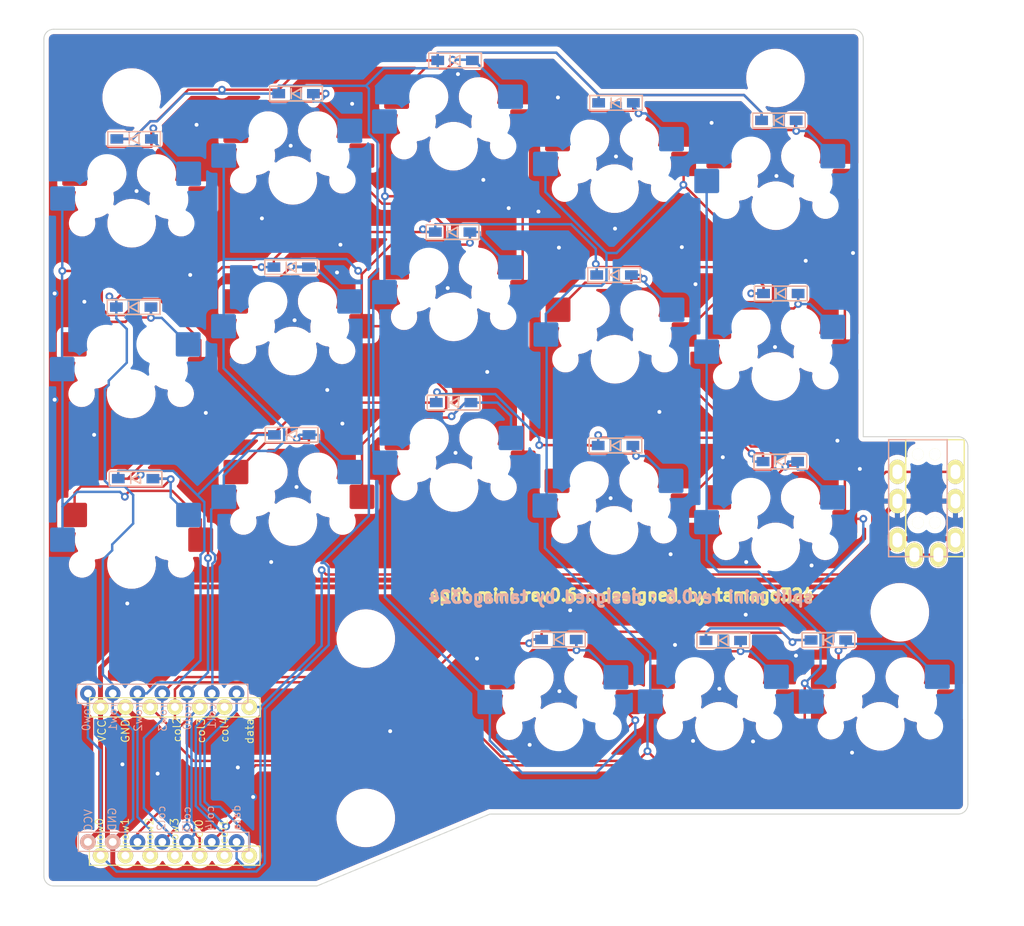
<source format=kicad_pcb>
(kicad_pcb (version 20211014) (generator pcbnew)
  (layers (0 "F.Cu" signal) (31 "B.Cu" signal) (34 "B.Paste" user) (35 "F.Paste" user) (36 "B.SilkS" user "B.Silkscreen") (37 "F.SilkS" user "F.Silkscreen") (38 "B.Mask" user) (39 "F.Mask" user) (44 "Edge.Cuts" user))
  (net 0 "")
  (net 1 "row0")
  (net 2 "Net-(D1-Pad2)")
  (net 3 "Net-(D2-Pad2)")
  (net 4 "Net-(D3-Pad2)")
  (net 5 "Net-(D4-Pad2)")
  (net 6 "Net-(D5-Pad2)")
  (net 7 "Net-(D6-Pad2)")
  (net 8 "Net-(D7-Pad2)")
  (net 9 "Net-(D8-Pad2)")
  (net 10 "Net-(D9-Pad2)")
  (net 11 "Net-(D10-Pad2)")
  (net 12 "row1")
  (net 13 "Net-(D11-Pad2)")
  (net 14 "Net-(D12-Pad2)")
  (net 15 "Net-(D13-Pad2)")
  (net 16 "Net-(D14-Pad2)")
  (net 17 "Net-(D15-Pad2)")
  (net 18 "Net-(D16-Pad2)")
  (net 19 "Net-(D17-Pad2)")
  (net 20 "Net-(D18-Pad2)")
  (net 21 "row2")
  (net 22 "row3")
  (net 23 "unconnected-(J1-PadA)")
  (net 24 "data")
  (net 25 "GND")
  (net 26 "VCC")
  (net 27 "col0")
  (net 28 "col1")
  (net 29 "col2")
  (net 30 "col3")
  (net 31 "col4")
  (net 32 "unconnected-(U1-Pad7)")
  (net 33 "unconnected-(U1-Pad12)")
  (footprint "split-mini:D3_SMD" (layer "F.Cu") (at 44.85 47.4)
    (fp_text reference "D7" hide)
    (fp_text value "D" hide)
  )
  (footprint "split-mini:MX-Hotswap-1U" (layer "F.Cu") (at 28.45 60.4)
    (fp_text reference "SW6")
    (fp_text value "SW_PUSH")
  )
  (footprint "split-mini:MX-Hotswap-1U" (layer "F.Cu") (at 28.49 77.9)
    (fp_text reference "SW11")
    (fp_text value "SW_PUSH")
  )
  (footprint "split-mini:D3_SMD" (layer "F.Cu") (at 28.7 51.5)
    (fp_text reference "D6" hide)
    (fp_text value "D" hide)
  )
  (footprint "split-mini:MX-Hotswap-1U" (layer "F.Cu") (at 78.05 56.85)
    (fp_text reference "SW9")
    (fp_text value "SW_PUSH")
  )
  (footprint "split-mini:MX-Hotswap-1U" (layer "F.Cu") (at 61.5 35)
    (fp_text reference "SW3")
    (fp_text value "SW_PUSH")
  )
  (footprint "split-mini:D3_SMD" (layer "F.Cu") (at 77.95 48.2)
    (fp_text reference "D9" hide)
    (fp_text value "D" hide)
  )
  (footprint "split-mini:D3_SMD" (layer "F.Cu") (at 72.3 85.6)
    (fp_text reference "D16" hide)
    (fp_text value "D" hide)
  )
  (footprint "split-mini:D3_SMD" (layer "F.Cu") (at 28.9 69.1)
    (fp_text reference "D11" hide)
    (fp_text value "D" hide)
  )
  (footprint "split-mini:D3_SMD" (layer "F.Cu") (at 78.1 65.7)
    (fp_text reference "D14" hide)
    (fp_text value "D" hide)
  )
  (footprint "split-mini:D3_SMD" (layer "F.Cu") (at 89.15 85.7)
    (fp_text reference "D17" hide)
    (fp_text value "D" hide)
  )
  (footprint "split-mini:MX-Hotswap-1U" (layer "F.Cu") (at 94.54 41.1)
    (fp_text reference "SW5")
    (fp_text value "SW_PUSH")
  )
  (footprint "split-mini:M2_HOLE_v2_4.5mm" (layer "F.Cu") (at 52.5 85.5)
    (fp_text reference "HOLE3" hide)
    (fp_text value "Val**" hide)
  )
  (footprint "split-mini:MX-Hotswap-1U" (layer "F.Cu") (at 94.52 76.1)
    (fp_text reference "SW15")
    (fp_text value "SW_PUSH")
  )
  (footprint "split-mini:D3_SMD" (layer "F.Cu") (at 61.5 61.3)
    (fp_text reference "D13" hide)
    (fp_text value "D" hide)
  )
  (footprint "split-mini:MX-Hotswap-1U" (layer "F.Cu") (at 45 56)
    (fp_text reference "SW7")
    (fp_text value "SW_PUSH")
  )
  (footprint "split-mini:D3_SMD" (layer "F.Cu") (at 28.75 34.25)
    (fp_text reference "D1" hide)
    (fp_text value "D" hide)
  )
  (footprint "split-mini:M2_HOLE_v2_4.5mm" (layer "F.Cu") (at 107.25 82.8)
    (fp_text reference "HOLE5" hide)
    (fp_text value "Val**" hide)
  )
  (footprint "split-mini:MX-Hotswap-1U" (layer "F.Cu") (at 72.3 94.55)
    (fp_text reference "SW16")
    (fp_text value "SW_PUSH")
  )
  (footprint "split-mini:D3_SMD" (layer "F.Cu") (at 99.925 85.65)
    (fp_text reference "D18" hide)
    (fp_text value "D" hide)
  )
  (footprint "split-mini:M2_HOLE_v2_4.5mm" (layer "F.Cu") (at 52.5 103.9)
    (fp_text reference "HOLE4" hide)
    (fp_text value "Val*" hide)
  )
  (footprint "split-mini:D3_SMD" (layer "F.Cu") (at 78.15 30.55)
    (fp_text reference "D4" hide)
    (fp_text value "D" hide)
  )
  (footprint "split-mini:D3_SMD" (layer "F.Cu") (at 95.05 50.1)
    (fp_text reference "D10" hide)
    (fp_text value "D" hide)
  )
  (footprint "split-mini:MX-Hotswap-1U" (layer "F.Cu") (at 105.25 94.5)
    (fp_text reference "SW18")
    (fp_text value "SW_PUSH")
  )
  (footprint "split-mini:MJ-4PP-9" (layer "F.Cu") (at 110.85 65.1)
    (fp_text reference "J1")
    (fp_text value "MJ-4PP-9" hide)
  )
  (footprint "split-mini:D3_SMD" (layer "F.Cu") (at 61.65 26.2)
    (fp_text reference "D3" hide)
    (fp_text value "D" hide)
  )
  (footprint "split-mini:MX-Hotswap-1U" (layer "F.Cu") (at 61.5 52.5)
    (fp_text reference "SW8")
    (fp_text value "SW_PUSH")
  )
  (footprint "split-mini:M2_HOLE_v2_4.5mm" (layer "F.Cu") (at 94.5 28)
    (fp_text reference "HOLE2" hide)
    (fp_text value "Val**" hide)
  )
  (footprint "split-mini:MX-Hotswap-1U" (layer "F.Cu") (at 88.75 94.5)
    (fp_text reference "SW17")
    (fp_text value "SW_PUSH")
  )
  (footprint "split-mini:XIAO-RP2040_mod" (layer "F.Cu") (at 43.485 109.03 90)
    (fp_text reference "U1" hide)
    (fp_text value "Seeed Studio XIAO SAMD21")
  )
  (footprint "split-mini:MX-Hotswap-1U" (layer "F.Cu") (at 94.53 58.61)
    (fp_text reference "SW10")
    (fp_text value "SW_PUSH")
  )
  (footprint "split-mini:D3_SMD" (layer "F.Cu") (at 95 67.35)
    (fp_text reference "D15" hide)
    (fp_text value "D" hide)
  )
  (footprint "split-mini:MX-Hotswap-1U" (layer "F.Cu") (at 45.02 38.5)
    (fp_text reference "SW2")
    (fp_text value "SW_PUSH")
  )
  (footprint "split-mini:MX-Hotswap-1U" (layer "F.Cu") (at 61.55 70)
    (fp_text reference "SW13")
    (fp_text value "SW_PUSH")
  )
  (footprint "split-mini:M2_HOLE_v2_4.5mm" (layer "F.Cu") (at 28.5 30)
    (fp_text reference "HOLE1" hide)
    (fp_text value "Val**" hide)
  )
  (footprint "split-mini:MX-Hotswap-1U" (layer "F.Cu") (at 45.03 73.5)
    (fp_text reference "SW12")
    (fp_text value "SW_PUSH")
  )
  (footprint "split-mini:MX-Hotswap-1U" (layer "F.Cu") (at 77.95 74.4)
    (fp_text reference "SW14")
    (fp_text value "SW_PUSH")
  )
  (footprint "split-mini:MX-Hotswap-1U" (layer "F.Cu") (at 28.5 42.9)
    (fp_text reference "SW1")
    (fp_text value "SW_PUSH")
  )
  (footprint "split-mini:D3_SMD" (layer "F.Cu") (at 94.85 32.35)
    (fp_text reference "D5" hide)
    (fp_text value "D" hide)
  )
  (footprint "split-mini:D3_SMD" (layer "F.Cu") (at 61.4 43.8)
    (fp_text reference "D8" hide)
    (fp_text value "D" hide)
  )
  (footprint "split-mini:MX-Hotswap-1U" (layer "F.Cu") (at 78 39.35)
    (fp_text reference "SW4")
    (fp_text value "SW_PUSH")
  )
  (footprint "split-mini:D3_SMD" (layer "F.Cu") (at 45.35 29.6)
    (fp_text reference "D2" hide)
    (fp_text value "D" hide)
  )
  (footprint "split-mini:D3_SMD" (layer "F.Cu") (at 44.9 64.6)
    (fp_text reference "D12" hide)
    (fp_text value "D" hide)
  )
  (gr_line (start 19.500001 24.000001) (end 19.500001 109.875001) (layer "Edge.Cuts") (width 0.1))
  (gr_line (start 114.225001 102.500001) (end 114.225001 77.794955) (layer "Edge.Cuts") (width 0.1))
  (gr_line (start 114.225001 77.794955) (end 114.225001 65.794955) (layer "Edge.Cuts") (width 0.1))
  (gr_line (start 65.225001 103.500001) (end 113.225001 103.500001) (layer "Edge.Cuts") (width 0.1))
  (gr_line (start 47.500001 110.875001) (end 65.225001 103.500001) (layer "Edge.Cuts") (width 0.1))
  (gr_arc (start 102.500001 23.000001) (mid 103.207107 23.292895) (end 103.500001 24.000001) (layer "Edge.Cuts") (width 0.1))
  (gr_line (start 102.500001 23.000001) (end 20.500001 23.000001) (layer "Edge.Cuts") (width 0.1))
  (gr_arc (start 20.500001 110.875001) (mid 19.792894 110.582108) (end 19.500001 109.875001) (layer "Edge.Cuts") (width 0.1))
  (gr_arc (start 114.225001 102.500001) (mid 113.932108 103.207108) (end 113.225001 103.500001) (layer "Edge.Cuts") (width 0.1))
  (gr_arc (start 19.500001 24.000001) (mid 19.792894 23.292894) (end 20.500001 23.000001) (layer "Edge.Cuts") (width 0.1))
  (gr_line (start 105.725001 64.794955) (end 103.500001 64.794955) (layer "Edge.Cuts") (width 0.1))
  (gr_arc (start 113.225001 64.794955) (mid 113.932123 65.087846) (end 114.225001 65.794955) (layer "Edge.Cuts") (width 0.1))
  (gr_line (start 20.500001 110.875001) (end 47.500001 110.875001) (layer "Edge.Cuts") (width 0.1))
  (gr_line (start 113.225001 64.794955) (end 105.725001 64.794955) (layer "Edge.Cuts") (width 0.1))
  (gr_line (start 103.500001 24.000001) (end 103.500001 64.794955) (layer "Edge.Cuts") (width 0.1))
  (gr_text "split mini rev0.6 : designed by tamago324" (at 78.65 81.25) (layer "B.SilkS") (effects (font (size 1.2 1.2) (thickness 0.3)) (justify mirror)))
  (gr_text "split mini rev0.6 : designed by tamago324" (at 78.75 81.05) (layer "F.SilkS") (effects (font (size 1.2 1.2) (thickness 0.3))))
  (segment (start 28.605495 34.25) (end 26.975 34.25) (width 0.25) (layer "F.Cu") (net 1))
  (segment (start 59.875 26.2) (end 59.875 25.3997) (width 0.25) (layer "F.Cu") (net 1))
  (segment (start 76.375 30.55) (end 76.375 29.8623) (width 0.25) (layer "F.Cu") (net 1))
  (segment (start 76.375 29.7497) (end 72.025 25.3997) (width 0.25) (layer "F.Cu") (net 1))
  (segment (start 30.416595 32.4389) (end 28.605495 34.25) (width 0.25) (layer "F.Cu") (net 1))
  (segment (start 34.3002 29.1998) (end 31.0611 32.4389) (width 0.25) (layer "F.Cu") (net 1))
  (segment (start 76.375 29.8623) (end 76.375 29.7497) (width 0.25) (layer "F.Cu") (net 1))
  (segment (start 43.575 29.6) (end 43.575 29.1998) (width 0.25) (layer "F.Cu") (net 1))
  (segment (start 72.025 25.3997) (end 59.875 25.3997) (width 0.25) (layer "F.Cu") (net 1))
  (segment (start 91.275 29.7497) (end 93.075 31.5497) (width 0.25) (layer "F.Cu") (net 1))
  (segment (start 46.5748 26.2) (end 59.875 26.2) (width 0.25) (layer "F.Cu") (net 1))
  (segment (start 37.7558 29.1998) (end 34.3002 29.1998) (width 0.25) (layer "F.Cu") (net 1))
  (segment (start 31.0611 32.4389) (end 30.416595 32.4389) (width 0.25) (layer "F.Cu") (net 1))
  (segment (start 93.075 32.35) (end 93.075 31.5497) (width 0.25) (layer "F.Cu") (net 1))
  (segment (start 37.7558 29.1998) (end 43.575 29.1998) (width 0.25) (layer "F.Cu") (net 1))
  (segment (start 43.575 29.1998) (end 46.5748 26.2) (width 0.25) (layer "F.Cu") (net 1))
  (segment (start 76.375 29.7497) (end 91.275 29.7497) (width 0.25) (layer "F.Cu") (net 1))
  (via (at 37.7558 29.1998) (size 0.8) (drill 0.4) (layers "F.Cu" "B.Cu") (net 1))
  (segment (start 54.3188 27.0003) (end 52.5194 28.7997) (width 0.25) (layer "B.Cu") (net 1))
  (segment (start 43.575 28.7997) (end 52.5194 28.7997) (width 0.25) (layer "B.Cu") (net 1))
  (segment (start 52.5194 28.7997) (end 52.815 29.0953) (width 0.25) (layer "B.Cu") (net 1))
  (segment (start 91.275 29.7497) (end 93.075 31.5497) (width 0.25) (layer "B.Cu") (net 1))
  (segment (start 76.375 29.7497) (end 72.025 25.3997) (width 0.25) (layer "B.Cu") (net 1))
  (segment (start 24.015 95.665) (end 24.015 91.125) (width 0.25) (layer "B.Cu") (net 1))
  (segment (start 53.7 34.612462) (end 53.7 47.807538) (width 0.25) (layer "B.Cu") (net 1))
  (segment (start 76.375 29.8623) (end 76.375 29.7497) (width 0.25) (layer "B.Cu") (net 1))
  (segment (start 48.7021 78.175695) (end 48.7021 86.157896) (width 0.25) (layer "B.Cu") (net 1))
  (segment (start 25.314 107.7575) (end 25.314 96.964) (width 0.25) (layer "B.Cu") (net 1))
  (segment (start 59.875 27.0003) (end 54.3188 27.0003) (width 0.25) (layer "B.Cu") (net 1))
  (segment (start 52.815 33.727462) (end 53.7 34.612462) (width 0.25) (layer "B.Cu") (net 1))
  (segment (start 59.875 26.2) (end 59.875 25.3997) (width 0.25) (layer "B.Cu") (net 1))
  (segment (start 48.7021 86.157896) (end 42.1511 92.708896) (width 0.25) (layer "B.Cu") (net 1))
  (segment (start 26.9532 109.3967) (end 25.314 107.7575) (width 0.25) (layer "B.Cu") (net 1))
  (segment (start 93.075 32.35) (end 93.075 31.5497) (width 0.25) (layer "B.Cu") (net 1))
  (segment (start 76.375 30.55) (end 76.375 29.8623) (width 0.25) (layer "B.Cu") (net 1))
  (segment (start 43.575 29.6) (end 43.575 28.7997) (width 0.25) (layer "B.Cu") (net 1))
  (segment (start 31.1111 32.4389) (end 30.416595 32.4389) (width 0.25) (layer "B.Cu") (net 1))
  (segment (start 52.815 72.894) (end 47.958 77.751) (width 0.25) (layer "B.Cu") (net 1))
  (segment (start 37.7558 29.6) (end 33.95 29.6) (width 0.25) (layer "B.Cu") (net 1))
  (segment (start 43.575 29.6) (end 37.7558 29.6) (width 0.25) (layer "B.Cu") (net 1))
  (segment (start 25.314 96.964) (end 24.015 95.665) (width 0.25) (layer "B.Cu") (net 1))
  (segment (start 72.025 25.3997) (end 59.875 25.3997) (width 0.25) (layer "B.Cu") (net 1))
  (segment (start 59.875 26.2) (end 59.875 27.0003) (width 0.25) (layer "B.Cu") (net 1))
  (segment (start 41.2929 109.3967) (end 26.9532 109.3967) (width 0.25) (layer "B.Cu") (net 1))
  (segment (start 52.815 29.0953) (end 52.815 33.727462) (width 0.25) (layer "B.Cu") (net 1))
  (segment (start 53.7 47.807538) (end 52.815 48.692538) (width 0.25) (layer "B.Cu") (net 1))
  (segment (start 30.416595 32.4389) (end 28.605495 34.25) (width 0.25) (layer "B.Cu") (net 1))
  (segment (start 48.277405 77.751) (end 48.7021 78.175695) (width 0.25) (layer "B.Cu") (net 1))
  (segment (start 42.1511 108.5385) (end 41.2929 109.3967) (width 0.25) (layer "B.Cu") (net 1))
  (segment (start 76.375 29.7497) (end 91.275 29.7497) (width 0.25) (layer "B.Cu") (net 1))
  (segment (start 47.958 77.751) (end 48.277405 77.751) (width 0.25) (layer "B.Cu") (net 1))
  (segment (start 52.815 48.692538) (end 52.815 72.894) (width 0.25) (layer "B.Cu") (net 1))
  (segment (start 33.95 29.6) (end 31.1111 32.4389) (width 0.25) (layer "B.Cu") (net 1))
  (segment (start 42.1511 92.708896) (end 42.1511 108.5385) (width 0.25) (layer "B.Cu") (net 1))
  (segment (start 28.605495 34.25) (end 26.975 34.25) (width 0.25) (layer "B.Cu") (net 1))
  (segment (start 37.7558 29.6) (end 37.7558 29.1998) (width 0.25) (layer "B.Cu") (net 1))
  (segment (start 30.525 35.0503) (end 25.4277 35.0503) (width 0.25) (layer "F.Cu") (net 2))
  (segment (start 25.4277 35.0503) (end 22.658 37.82) (width 0.25) (layer "F.Cu") (net 2))
  (segment (start 30.525 34.25) (end 30.525 35.0503) (width 0.25) (layer "F.Cu") (net 2))
  (segment (start 30.525 34.25) (end 30.525 33.3558) (width 0.25) (layer "F.Cu") (net 2))
  (segment (start 30.525 33.3558) (end 30.7169 33.1639) (width 0.25) (layer "F.Cu") (net 2))
  (via (at 30.7169 33.1639) (size 0.8) (drill 0.4) (layers "F.Cu" "B.Cu") (net 2))
  (segment (start 30.525 34.25) (end 30.525 34.6501) (width 0.25) (layer "B.Cu") (net 2))
  (segment (start 30.7169 34.4582) (end 30.7169 33.1639) (width 0.25) (layer "B.Cu") (net 2))
  (segment (start 30.525 34.6501) (end 30.7169 34.4582) (width 0.25) (layer "B.Cu") (net 2))
  (segment (start 30.7169 34.4582) (end 34.0787 37.82) (width 0.25) (layer "B.Cu") (net 2))
  (segment (start 34.0787 37.82) (end 34.342 37.82) (width 0.25) (layer "B.Cu") (net 2))
  (segment (start 48.1003 29.6) (end 48.3848 29.6) (width 0.25) (layer "F.Cu") (net 3))
  (segment (start 47.125 29.6) (end 47.125 30.4003) (width 0.25) (layer "F.Cu") (net 3))
  (segment (start 47.125 30.4003) (end 42.1977 30.4003) (width 0.25) (layer "F.Cu") (net 3))
  (segment (start 47.125 29.6) (end 48.1003 29.6) (width 0.25) (layer "F.Cu") (net 3))
  (segment (start 42.1977 30.4003) (end 39.178 33.42) (width 0.25) (layer "F.Cu") (net 3))
  (via (at 48.3848 29.6) (size 0.8) (drill 0.4) (layers "F.Cu" "B.Cu") (net 3))
  (segment (start 47.8498 30.4078) (end 50.862 33.42) (width 0.25) (layer "B.Cu") (net 3))
  (segment (start 47.8498 30.4003) (end 47.8498 30.4078) (width 0.25) (layer "B.Cu") (net 3))
  (segment (start 47.125 30.4003) (end 47.8498 30.4003) (width 0.25) (layer "B.Cu") (net 3))
  (segment (start 47.8498 30.4003) (end 48.3848 29.8653) (width 0.25) (layer "B.Cu") (net 3))
  (segment (start 48.3848 29.8653) (end 48.3848 29.6) (width 0.25) (layer "B.Cu") (net 3))
  (segment (start 47.125 29.6) (end 47.125 30.4003) (width 0.25) (layer "B.Cu") (net 3))
  (segment (start 61.4 26.1242) (end 61.4 26.45) (width 0.25) (layer "F.Cu") (net 4))
  (segment (start 58.5777 27.0003) (end 55.658 29.92) (width 0.25) (layer "F.Cu") (net 4))
  (segment (start 62.9491 26.1242) (end 61.4 26.1242) (width 0.25) (layer "F.Cu") (net 4))
  (segment (start 61.4 26.45) (end 60.8497 27.0003) (width 0.25) (layer "F.Cu") (net 4))
  (segment (start 60.8497 27.0003) (end 58.5777 27.0003) (width 0.25) (layer "F.Cu") (net 4))
  (via (at 61.4 26.1242) (size 0.8) (drill 0.4) (layers "F.Cu" "B.Cu") (net 4))
  (segment (start 61.4 26.1242) (end 63.5462 26.1242) (width 0.25) (layer "B.Cu") (net 4))
  (segment (start 63.3492 26.1242) (end 63.425 26.2) (width 0.25) (layer "B.Cu") (net 4))
  (segment (start 63.5462 26.1242) (end 67.342 29.92) (width 0.25) (layer "B.Cu") (net 4))
  (segment (start 61.4 26.1242) (end 63.3492 26.1242) (width 0.25) (layer "B.Cu") (net 4))
  (segment (start 80.436 31.6263) (end 80.4628 31.6263) (width 0.25) (layer "F.Cu") (net 5))
  (segment (start 79.925 31.1153) (end 80.436 31.6263) (width 0.25) (layer "F.Cu") (net 5))
  (segment (start 79.925 30.55) (end 79.925 31.1153) (width 0.25) (layer "F.Cu") (net 5))
  (segment (start 79.925 31.1153) (end 79.925 31.3503) (width 0.25) (layer "F.Cu") (net 5))
  (segment (start 79.925 31.3503) (end 75.0777 31.3503) (width 0.25) (layer "F.Cu") (net 5))
  (segment (start 75.0777 31.3503) (end 72.158 34.27) (width 0.25) (layer "F.Cu") (net 5))
  (via (at 80.4628 31.6263) (size 0.8) (drill 0.4) (layers "F.Cu" "B.Cu") (net 5))
  (segment (start 81.1983 31.6263) (end 83.842 34.27) (width 0.25) (layer "B.Cu") (net 5))
  (segment (start 80.4628 31.6263) (end 81.1983 31.6263) (width 0.25) (layer "B.Cu") (net 5))
  (segment (start 80.4628 31.4879) (end 80.4628 31.6263) (width 0.25) (layer "B.Cu") (net 5))
  (segment (start 79.925 30.9501) (end 80.4628 31.4879) (width 0.25) (layer "B.Cu") (net 5))
  (segment (start 79.925 30.55) (end 79.925 30.9501) (width 0.25) (layer "B.Cu") (net 5))
  (segment (start 91.3795 33.3385) (end 88.698 36.02) (width 0.25) (layer "F.Cu") (net 6))
  (segment (start 96.5284 32.8467) (end 96.5284 33.3385) (width 0.25) (layer "F.Cu") (net 6))
  (segment (start 96.5284 33.3385) (end 96.625 33.4351) (width 0.25) (layer "F.Cu") (net 6))
  (segment (start 96.625 32.35) (end 96.625 32.7501) (width 0.25) (layer "F.Cu") (net 6))
  (segment (start 96.5284 33.3385) (end 91.3795 33.3385) (width 0.25) (layer "F.Cu") (net 6))
  (segment (start 96.625 32.7501) (end 96.5284 32.8467) (width 0.25) (layer "F.Cu") (net 6))
  (via (at 96.625 33.4351) (size 0.8) (drill 0.4) (layers "F.Cu" "B.Cu") (net 6))
  (segment (start 96.625 32.35) (end 96.625 33.4351) (width 0.25) (layer "B.Cu") (net 6))
  (segment (start 97.7971 33.4351) (end 100.382 36.02) (width 0.25) (layer "B.Cu") (net 6))
  (segment (start 96.625 33.4351) (end 97.7971 33.4351) (width 0.25) (layer "B.Cu") (net 6))
  (segment (start 25.0461 52.8819) (end 25.1779 53.0138) (width 0.25) (layer "F.Cu") (net 7))
  (segment (start 28.3122 52.5635) (end 30.2118 52.5635) (width 0.25) (layer "F.Cu") (net 7))
  (segment (start 22.608 55.32) (end 25.0461 52.8819) (width 0.25) (layer "F.Cu") (net 7))
  (segment (start 30.2118 52.5635) (end 30.3221 52.4532) (width 0.25) (layer "F.Cu") (net 7))
  (segment (start 30.475 51.5) (end 30.475 52.3003) (width 0.25) (layer "F.Cu") (net 7))
  (segment (start 30.475 52.3003) (end 30.3221 52.4532) (width 0.25) (layer "F.Cu") (net 7))
  (segment (start 25.1779 53.0138) (end 27.8619 53.0138) (width 0.25) (layer "F.Cu") (net 7))
  (segment (start 30.3221 52.4532) (end 30.475 52.6062) (width 0.25) (layer "F.Cu") (net 7))
  (segment (start 27.8619 53.0138) (end 28.3122 52.5635) (width 0.25) (layer "F.Cu") (net 7))
  (via (at 30.475 52.6062) (size 0.8) (drill 0.4) (layers "F.Cu" "B.Cu") (net 7))
  (segment (start 30.475 52.6062) (end 31.5782 52.6062) (width 0.25) (layer "B.Cu") (net 7))
  (segment (start 30.475 51.5) (end 30.475 52.6062) (width 0.25) (layer "B.Cu") (net 7))
  (segment (start 31.5782 52.6062) (end 34.292 55.32) (width 0.25) (layer "B.Cu") (net 7))
  (segment (start 41.5982 48.4798) (end 39.158 50.92) (width 0.25) (layer "F.Cu") (net 8))
  (segment (start 46.625 47.4) (end 44.9 47.4) (width 0.25) (layer "F.Cu") (net 8))
  (segment (start 44.85 47.35) (end 43.7202 48.4798) (width 0.25) (layer "F.Cu") (net 8))
  (segment (start 43.7202 48.4798) (end 41.5982 48.4798) (width 0.25) (layer "F.Cu") (net 8))
  (segment (start 44.9 47.4) (end 44.85 47.35) (width 0.25) (layer "F.Cu") (net 8))
  (via (at 44.85 47.35) (size 0.8) (drill 0.4) (layers "F.Cu" "B.Cu") (net 8))
  (segment (start 44.85 47.35) (end 47.272 47.35) (width 0.25) (layer "B.Cu") (net 8))
  (segment (start 44.85 47.35) (end 44.9 47.4) (width 0.25) (layer "B.Cu") (net 8))
  (segment (start 47.272 47.35) (end 50.842 50.92) (width 0.25) (layer "B.Cu") (net 8))
  (segment (start 44.9 47.4) (end 46.625 47.4) (width 0.25) (layer "B.Cu") (net 8))
  (segment (start 62.9884 45.0909) (end 63.175 44.9043) (width 0.25) (layer "F.Cu") (net 9))
  (segment (start 63.175 44.2001) (end 63.175 44.9043) (width 0.25) (layer "F.Cu") (net 9))
  (segment (start 57.9871 45.0909) (end 62.9884 45.0909) (width 0.25) (layer "F.Cu") (net 9))
  (segment (start 63.175 43.8) (end 63.175 44.2001) (width 0.25) (layer "F.Cu") (net 9))
  (segment (start 55.658 47.42) (end 57.9871 45.0909) (width 0.25) (layer "F.Cu") (net 9))
  (via (at 63.175 44.9043) (size 0.8) (drill 0.4) (layers "F.Cu" "B.Cu") (net 9))
  (segment (start 64.1503 44.2283) (end 67.342 47.42) (width 0.25) (layer "B.Cu") (net 9))
  (segment (start 64.1503 43.8) (end 64.1503 44.2283) (width 0.25) (layer "B.Cu") (net 9))
  (segment (start 63.175 43.8) (end 63.175 44.9043) (width 0.25) (layer "B.Cu") (net 9))
  (segment (start 63.175 43.8) (end 64.1503 43.8) (width 0.25) (layer "B.Cu") (net 9))
  (segment (start 79.725 48.6001) (end 80.994 48.6001) (width 0.25) (layer "F.Cu") (net 10))
  (segment (start 79.725 49.0003) (end 74.9777 49.0003) (width 0.25) (layer "F.Cu") (net 10))
  (segment (start 74.9777 49.0003) (end 72.208 51.77) (width 0.25) (layer "F.Cu") (net 10))
  (segment (start 79.725 48.6001) (end 79.725 49.0003) (width 0.25) (layer "F.Cu") (net 10))
  (segment (start 79.725 48.2) (end 79.725 48.6001) (width 0.25) (layer "F.Cu") (net 10))
  (via (at 80.994 48.6001) (size 0.8) (drill 0.4) (layers "F.Cu" "B.Cu") (net 10))
  (segment (start 80.994 48.872) (end 80.994 48.6001) (width 0.25) (layer "B.Cu") (net 10))
  (segment (start 79.725 48.2) (end 80.7003 48.2) (width 0.25) (layer "B.Cu") (net 10))
  (segment (start 80.994 48.6001) (end 80.7003 48.3064) (width 0.25) (layer "B.Cu") (net 10))
  (segment (start 83.892 51.77) (end 80.994 48.872) (width 0.25) (layer "B.Cu") (net 10))
  (segment (start 80.7003 48.3064) (end 80.7003 48.2) (width 0.25) (layer "B.Cu") (net 10))
  (segment (start 96.825 50.5001) (end 96.825 51.1866) (width 0.25) (layer "F.Cu") (net 11))
  (segment (start 88.688 53.53) (end 90.5811 51.6369) (width 0.25) (layer "F.Cu") (net 11))
  (segment (start 90.5811 51.6369) (end 96.3747 51.6369) (width 0.25) (layer "F.Cu") (net 11))
  (segment (start 96.3747 51.6369) (end 96.825 51.1866) (width 0.25) (layer "F.Cu") (net 11))
  (segment (start 96.825 50.1) (end 96.825 50.5001) (width 0.25) (layer "F.Cu") (net 11))
  (via (at 96.825 51.1866) (size 0.8) (drill 0.4) (layers "F.Cu" "B.Cu") (net 11))
  (segment (start 98.0286 51.1866) (end 100.372 53.53) (width 0.25) (layer "B.Cu") (net 11))
  (segment (start 96.825 51.1866) (end 98.0286 51.1866) (width 0.25) (layer "B.Cu") (net 11))
  (segment (start 96.825 50.1) (end 96.825 51.1866) (width 0.25) (layer "B.Cu") (net 11))
  (segment (start 76.2876 47.3997) (end 76.2876 47.2881) (width 0.25) (layer "F.Cu") (net 12))
  (segment (start 58.6497 43.8) (end 45.8747 43.8) (width 0.25) (layer "F.Cu") (net 12))
  (segment (start 34.9475 50.2494) (end 37.7969 47.4) (width 0.25) (layer "F.Cu") (net 12))
  (segment (start 26.925 51.5) (end 26.925 50.6997) (width 0.25) (layer "F.Cu") (net 12))
  (segment (start 58.3575 43.5078) (end 58.6497 43.8) (width 0.25) (layer "F.Cu") (net 12))
  (segment (start 27.3753 50.2494) (end 34.9475 50.2494) (width 0.25) (layer "F.Cu") (net 12))
  (segment (start 93.275 50.1) (end 93.275 49.2997) (width 0.25) (layer "F.Cu") (net 12))
  (segment (start 41.8147 47.4) (end 43.075 47.4) (width 0.25) (layer "F.Cu") (net 12))
  (segment (start 59.625 43.8) (end 58.6497 43.8) (width 0.25) (layer "F.Cu") (net 12))
  (segment (start 76.2876 47.2881) (end 76.0812 47.0817) (width 0.25) (layer "F.Cu") (net 12))
  (segment (start 26.925 50.6997) (end 26.5048 50.6997) (width 0.25) (layer "F.Cu") (net 12))
  (segment (start 26.5048 50.6997) (end 26.2118 50.4067) (width 0.25) (layer "F.Cu") (net 12))
  (segment (start 37.7969 47.4) (end 41.8147 47.4) (width 0.25) (layer "F.Cu") (net 12))
  (segment (start 93.275 50.1) (end 92.2997 50.1) (width 0.25) (layer "F.Cu") (net 12))
  (segment (start 76.175 47.5123) (end 76.2876 47.3997) (width 0.25) (layer "F.Cu") (net 12))
  (segment (start 91.375 47.3997) (end 76.2876 47.3997) (width 0.25) (layer "F.Cu") (net 12))
  (segment (start 45.8747 43.8) (end 43.075 46.5997) (width 0.25) (layer "F.Cu") (net 12))
  (segment (start 92.2997 50.1) (end 92.0159 50.1) (width 0.25) (layer "F.Cu") (net 12))
  (segment (start 43.075 47.4) (end 43.075 46.5997) (width 0.25) (layer "F.Cu") (net 12))
  (segment (start 26.925 50.6997) (end 27.3753 50.2494) (width 0.25) (layer "F.Cu") (net 12))
  (segment (start 76.175 48.2) (end 76.175 47.5123) (width 0.25) (layer "F.Cu") (net 12))
  (segment (start 93.275 49.2997) (end 91.375 47.3997) (width 0.25) (layer "F.Cu") (net 12))
  (via (at 58.3575 43.5078) (size 0.8) (drill 0.4) (layers "F.Cu" "B.Cu") (net 12))
  (via (at 26.2118 50.4067) (size 0.8) (drill 0.4) (layers "F.Cu" "B.Cu") (net 12))
  (via (at 92.0159 50.1) (size 0.8) (drill 0.4) (layers "F.Cu" "B.Cu") (net 12))
  (via (at 76.0812 47.0817) (size 0.8) (drill 0.4) (layers "F.Cu" "B.Cu") (net 12))
  (via (at 41.8147 47.4) (size 0.8) (drill 0.4) (layers "F.Cu" "B.Cu") (net 12))
  (segment (start 76.0812 45.5312) (end 73.5497 42.9997) (width 0.25) (layer "B.Cu") (net 12))
  (segment (start 26.2118 50.4067) (end 26.5048 50.6997) (width 0.25) (layer "B.Cu") (net 12))
  (segment (start 76.175 48.2) (end 76.175 47.1755) (width 0.25) (layer "B.Cu") (net 12))
  (segment (start 43.075 47.4) (end 42.0997 47.4) (width 0.25) (layer "B.Cu") (net 12))
  (segment (start 28 57.2) (end 26.15 59.05) (width 0.25) (layer "B.Cu") (net 12))
  (segment (start 26.555 90.205) (end 26.555 91.125) (width 0.25) (layer "B.Cu") (net 12))
  (segment (start 26.925 52.675) (end 28 53.75) (width 0.25) (layer "B.Cu") (net 12))
  (segment (start 27.854 107.7575) (end 27.854 104.804) (width 0.25) (layer "B.Cu") (net 12))
  (segment (start 28.645 103.981396) (end 28.645 94.904491) (width 0.25) (layer "B.Cu") (net 12))
  (segment (start 28.660802 103.997198) (end 28.645 103.981396) (width 0.25) (layer "B.Cu") (net 12))
  (segment (start 26.15 59.05) (end 26.15 59.5) (width 0.25) (layer "B.Cu") (net 12))
  (segment (start 28.645 94.904491) (end 26.555 92.814491) (width 0.25) (layer "B.Cu") (net 12))
  (segment (start 76.0812 47.0817) (end 76.0812 45.5312) (width 0.25) (layer "B.Cu") (net 12))
  (segment (start 26.5 75.85) (end 26.5 76.45) (width 0.25) (layer "B.Cu") (net 12))
  (segment (start 26.555 92.814491) (end 26.555 91.125) (width 0.25) (layer "B.Cu") (net 12))
  (segment (start 28.65 70.774695) (end 28.65 73.7) (width 0.25) (layer "B.Cu") (net 12))
  (segment (start 27.854 104.804) (end 28.660802 103.997198) (width 0.25) (layer "B.Cu") (net 12))
  (segment (start 25.55 89.2) (end 26.555 90.205) (width 0.25) (layer "B.Cu") (net 12))
  (segment (start 93.275 50.1) (end 92.0159 50.1) (width 0.25) (layer "B.Cu") (net 12))
  (segment (start 26.15 59.5) (end 25.75 59.9) (width 0.25) (layer "B.Cu") (net 12))
  (segment (start 26.3246 69.9) (end 27.775305 69.9) (width 0.25) (layer "B.Cu") (net 12))
  (segment (start 73.5497 42.9997) (end 59.625 42.9997) (width 0.25) (layer "B.Cu") (net 12))
  (segment (start 25.75 59.9) (end 25.75 69.3254) (width 0.25) (layer "B.Cu") (net 12))
  (segment (start 42.0997 47.4) (end 41.8147 47.4) (width 0.25) (layer "B.Cu") (net 12))
  (segment (start 25.75 69.3254) (end 26.3246 69.9) (width 0.25) (layer "B.Cu") (net 12))
  (segment (start 76.175 47.1755) (end 76.0812 47.0817) (width 0.25) (layer "B.Cu") (net 12))
  (segment (start 58.6497 43.8) (end 58.3575 43.5078) (width 0.25) (layer "B.Cu") (net 12))
  (segment (start 26.05 90.62) (end 26.555 91.125) (width 0.25) (layer "B.Cu") (net 12))
  (segment (start 27.775305 69.9) (end 28.65 70.774695) (width 0.25) (layer "B.Cu") (net 12))
  (segment (start 26.5048 50.6997) (end 26.925 50.6997) (width 0.25) (layer "B.Cu") (net 12))
  (segment (start 26.925 51.5) (end 26.925 50.6997) (width 0.25) (layer "B.Cu") (net 12))
  (segment (start 26.5 76.45) (end 25.55 77.4) (width 0.25) (layer "B.Cu") (net 12))
  (segment (start 25.55 77.4) (end 25.55 89.2) (width 0.25) (layer "B.Cu") (net 12))
  (segment (start 28 53.75) (end 28 57.2) (width 0.25) (layer "B.Cu") (net 12))
  (segment (start 59.625 43.8) (end 58.6497 43.8) (width 0.25) (layer "B.Cu") (net 12))
  (segment (start 28.65 73.7) (end 26.5 75.85) (width 0.25) (layer "B.Cu") (net 12))
  (segment (start 59.625 42.9997) (end 59.625 43.8) (width 0.25) (layer "B.Cu") (net 12))
  (segment (start 26.925 51.5) (end 26.925 52.675) (width 0.25) (layer "B.Cu") (net 12))
  (segment (start 32.5 69.15) (end 32.45 69.1) (width 0.25) (layer "F.Cu") (net 13))
  (segment (start 32.5 69.15) (end 31.75 69.9) (width 0.25) (layer "F.Cu") (net 13))
  (segment (start 22.648 70.552) (end 22.648 72.82) (width 0.25) (layer "F.Cu") (net 13))
  (segment (start 31.75 69.9) (end 23.3 69.9) (width 0.25) (layer "F.Cu") (net 13))
  (segment (start 23.3 69.9) (end 22.648 70.552) (width 0.25) (layer "F.Cu") (net 13))
  (segment (start 32.45 69.1) (end 30.675 69.1) (width 0.25) (layer "F.Cu") (net 13))
  (via (at 32.5 69.15) (size 0.8) (drill 0.4) (layers "F.Cu" "B.Cu") (net 13))
  (segment (start 32.5 69.15) (end 32.45 69.1) (width 0.25) (layer "B.Cu") (net 13))
  (segment (start 32.5 69.15) (end 32.5 70.988) (width 0.25) (layer "B.Cu") (net 13))
  (segment (start 32.45 69.1) (end 30.675 69.1) (width 0.25) (layer "B.Cu") (net 13))
  (segment (start 32.5 70.988) (end 34.332 72.82) (width 0.25) (layer "B.Cu") (net 13))
  (segment (start 46.675 65.0001) (end 46.675 65.4003) (width 0.25) (layer "F.Cu") (net 14))
  (segment (start 46.675 64.6) (end 46.675 65.0001) (width 0.25) (layer "F.Cu") (net 14))
  (segment (start 39.188 68.42) (end 42.2077 65.4003) (width 0.25) (layer "F.Cu") (net 14))
  (segment (start 46.675 65.0001) (end 45.4243 65.0001) (width 0.25) (layer "F.Cu") (net 14))
  (segment (start 42.2077 65.4003) (end 46.675 65.4003) (width 0.25) (layer "F.Cu") (net 14))
  (via (at 45.4243 65.0001) (size 0.8) (drill 0.4) (layers "F.Cu" "B.Cu") (net 14))
  (segment (start 47.6503 64.6) (end 47.6503 65.1983) (width 0.25) (layer "B.Cu") (net 14))
  (segment (start 45.6997 64.6) (end 45.4243 64.8754) (width 0.25) (layer "B.Cu") (net 14))
  (segment (start 45.4243 64.8754) (end 45.4243 65.0001) (width 0.25) (layer "B.Cu") (net 14))
  (segment (start 47.6503 65.1983) (end 50.872 68.42) (width 0.25) (layer "B.Cu") (net 14))
  (segment (start 46.675 64.6) (end 45.6997 64.6) (width 0.25) (layer "B.Cu") (net 14))
  (segment (start 46.675 64.6) (end 47.6503 64.6) (width 0.25) (layer "B.Cu") (net 14))
  (segment (start 61.3 62.7) (end 61.1655 62.8345) (width 0.25) (layer "F.Cu") (net 15))
  (segment (start 61.1655 62.8345) (end 57.7935 62.8345) (width 0.25) (layer "F.Cu") (net 15))
  (segment (start 57.7935 62.8345) (end 55.708 64.92) (width 0.25) (layer "F.Cu") (net 15))
  (segment (start 62.7 61.3) (end 63.275 61.3) (width 0.25) (layer "F.Cu") (net 15))
  (segment (start 61.3 62.7) (end 62.7 61.3) (width 0.25) (layer "F.Cu") (net 15))
  (via (at 61.3 62.7) (size 0.8) (drill 0.4) (layers "F.Cu" "B.Cu") (net 15))
  (segment (start 66 61.3) (end 67.392 62.692) (width 0.25) (layer "B.Cu") (net 15))
  (segment (start 67.392 62.692) (end 67.392 64.92) (width 0.25) (layer "B.Cu") (net 15))
  (segment (start 63.275 61.3) (end 66 61.3) (width 0.25) (layer "B.Cu") (net 15))
  (segment (start 61.3 62.7) (end 62.7 61.3) (width 0.25) (layer "B.Cu") (net 15))
  (segment (start 62.7 61.3) (end 63.275 61.3) (width 0.25) (layer "B.Cu") (net 15))
  (segment (start 79.875 66.5003) (end 74.9277 66.5003) (width 0.25) (layer "F.Cu") (net 16))
  (segment (start 79.875 66.1001) (end 79.875 66.5003) (width 0.25) (layer "F.Cu") (net 16))
  (segment (start 74.9277 66.5003) (end 72.108 69.32) (width 0.25) (layer "F.Cu") (net 16))
  (segment (start 79.875 66.1001) (end 80.21 66.4351) (width 0.25) (layer "F.Cu") (net 16))
  (segment (start 80.21 66.4351) (end 80.21 66.7763) (width 0.25) (layer "F.Cu") (net 16))
  (segment (start 79.875 65.7) (end 79.875 66.1001) (width 0.25) (layer "F.Cu") (net 16))
  (via (at 80.21 66.7763) (size 0.8) (drill 0.4) (layers "F.Cu" "B.Cu") (net 16))
  (segment (start 80.21 66.7763) (end 81.2483 66.7763) (width 0.25) (layer "B.Cu") (net 16))
  (segment (start 81.2483 66.7763) (end 83.792 69.32) (width 0.25) (layer "B.Cu") (net 16))
  (segment (start 80.21 66.5003) (end 80.21 66.7763) (width 0.25) (layer "B.Cu") (net 16))
  (segment (start 79.875 65.7) (end 79.875 66.1653) (width 0.25) (layer "B.Cu") (net 16))
  (segment (start 79.875 66.1653) (end 80.21 66.5003) (width 0.25) (layer "B.Cu") (net 16))
  (segment (start 95.5111 67.8633) (end 94.6361 68.7383) (width 0.25) (layer "F.Cu") (net 17))
  (segment (start 96.775 67.7501) (end 95.6243 67.7501) (width 0.25) (layer "F.Cu") (net 17))
  (segment (start 94.6361 68.7383) (end 90.9597 68.7383) (width 0.25) (layer "F.Cu") (net 17))
  (segment (start 96.775 67.35) (end 96.775 67.7501) (width 0.25) (layer "F.Cu") (net 17))
  (segment (start 90.9597 68.7383) (end 88.678 71.02) (width 0.25) (layer "F.Cu") (net 17))
  (segment (start 95.6243 67.7501) (end 95.5111 67.8633) (width 0.25) (layer "F.Cu") (net 17))
  (via (at 95.5111 67.8633) (size 0.8) (drill 0.4) (layers "F.Cu" "B.Cu") (net 17))
  (segment (start 96.775 67.35) (end 95.7997 67.35) (width 0.25) (layer "B.Cu") (net 17))
  (segment (start 97.4923 68.1503) (end 100.362 71.02) (width 0.25) (layer "B.Cu") (net 17))
  (segment (start 95.7997 67.5747) (end 95.7997 67.35) (width 0.25) (layer "B.Cu") (net 17))
  (segment (start 96.775 68.1503) (end 97.4923 68.1503) (width 0.25) (layer "B.Cu") (net 17))
  (segment (start 96.775 67.35) (end 96.775 68.1503) (width 0.25) (layer "B.Cu") (net 17))
  (segment (start 95.5111 67.8633) (end 95.7997 67.5747) (width 0.25) (layer "B.Cu") (net 17))
  (segment (start 74.075 85.6) (end 74.075 86.6745) (width 0.25) (layer "F.Cu") (net 18))
  (segment (start 74.075 86.6745) (end 74.0996 86.6991) (width 0.25) (layer "F.Cu") (net 18))
  (segment (start 66.7915 89.47) (end 69.587 86.6745) (width 0.25) (layer "F.Cu") (net 18))
  (segment (start 69.587 86.6745) (end 74.075 86.6745) (width 0.25) (layer "F.Cu") (net 18))
  (segment (start 66.458 89.47) (end 66.7915 89.47) (width 0.25) (layer "F.Cu") (net 18))
  (via (at 74.0996 86.6991) (size 0.8) (drill 0.4) (layers "F.Cu" "B.Cu") (net 18))
  (segment (start 75.3711 86.6991) (end 78.142 89.47) (width 0.25) (layer "B.Cu") (net 18))
  (segment (start 74.0996 86.6991) (end 75.3711 86.6991) (width 0.25) (layer "B.Cu") (net 18))
  (segment (start 74.075 86.0001) (end 74.0996 86.0247) (width 0.25) (layer "B.Cu") (net 18))
  (segment (start 74.075 85.6) (end 74.075 86.0001) (width 0.25) (layer "B.Cu") (net 18))
  (segment (start 74.0996 86.0247) (end 74.0996 86.6991) (width 0.25) (layer "B.Cu") (net 18))
  (segment (start 90.925 86.1001) (end 90.925 86.8015) (width 0.25) (layer "F.Cu") (net 19))
  (segment (start 90.925 86.8015) (end 85.5265 86.8015) (width 0.25) (layer "F.Cu") (net 19))
  (segment (start 85.5265 86.8015) (end 82.908 89.42) (width 0.25) (layer "F.Cu") (net 19))
  (segment (start 90.925 85.7) (end 90.925 86.1001) (width 0.25) (layer "F.Cu") (net 19))
  (via (at 90.925 86.8015) (size 0.8) (drill 0.4) (layers "F.Cu" "B.Cu") (net 19))
  (segment (start 91.9735 86.8015) (end 94.592 89.42) (width 0.25) (layer "B.Cu") (net 19))
  (segment (start 90.925 86.8015) (end 91.9735 86.8015) (width 0.25) (layer "B.Cu") (net 19))
  (segment (start 90.925 85.7) (end 90.925 86.8015) (width 0.25) (layer "B.Cu") (net 19))
  (segment (start 100.9667 86.7254) (end 100.9667 87.8613) (width 0.25) (layer "F.Cu") (net 20))
  (segment (start 101.7 86.4503) (end 101.2418 86.4503) (width 0.25) (layer "F.Cu") (net 20))
  (segment (start 100.9667 87.8613) (end 99.408 89.42) (width 0.25) (layer "F.Cu") (net 20))
  (segment (start 101.2418 86.4503) (end 100.9667 86.7254) (width 0.25) (layer "F.Cu") (net 20))
  (segment (start 101.7 85.65) (end 101.7 86.4503) (width 0.25) (layer "F.Cu") (net 20))
  (via (at 100.9667 86.7254) (size 0.8) (drill 0.4) (layers "F.Cu" "B.Cu") (net 20))
  (segment (start 100.9667 86.7254) (end 101.2418 86.4503) (width 0.25) (layer "B.Cu") (net 20))
  (segment (start 107.7221 86.0501) (end 111.092 89.42) (width 0.25) (layer "B.Cu") (net 20))
  (segment (start 101.2418 86.4503) (end 101.7 86.4503) (width 0.25) (layer "B.Cu") (net 20))
  (segment (start 101.7 86.0501) (end 107.7221 86.0501) (width 0.25) (layer "B.Cu") (net 20))
  (segment (start 101.7 85.65) (end 101.7 86.0501) (width 0.25) (layer "B.Cu") (net 20))
  (segment (start 101.7 86.0501) (end 101.7 86.4503) (width 0.25) (layer "B.Cu") (net 20))
  (segment (start 76.325 65.7) (end 75.3497 65.7) (width 0.25) (layer "F.Cu") (net 21))
  (segment (start 43.125 64.4455) (end 32.7548 64.4455) (width 0.25) (layer "F.Cu") (net 21))
  (segment (start 93.225 67.35) (end 93.225 66.5497) (width 0.25) (layer "F.Cu") (net 21))
  (segment (start 92.0634 66.5237) (end 93.199 66.5237) (width 0.25) (layer "F.Cu") (net 21))
  (segment (start 70.2813 65.6598) (end 75.3095 65.6598) (width 0.25) (layer "F.Cu") (net 21))
  (segment (start 29.425498 68.7) (end 29.025498 69.1) (width 0.25) (layer "F.Cu") (net 21))
  (segment (start 76.4376 64.7373) (end 76.325 64.6247) (width 0.25) (layer "F.Cu") (net 21))
  (segment (start 93.199 66.5237) (end 93.225 66.5497) (width 0.25) (layer "F.Cu") (net 21))
  (segment (start 76.325 65.7) (end 76.325 65.0123) (width 0.25) (layer "F.Cu") (net 21))
  (segment (start 90.4394 64.8997) (end 92.0634 66.5237) (width 0.25) (layer "F.Cu") (net 21))
  (segment (start 59.8004 60.2245) (end 59.725 60.2999) (width 0.25) (layer "F.Cu") (net 21))
  (segment (start 43.125 64.6) (end 43.125 64.4455) (width 0.25) (layer "F.Cu") (net 21))
  (segment (start 76.4376 64.8997) (end 90.4394 64.8997) (width 0.25) (layer "F.Cu") (net 21))
  (segment (start 76.4376 64.8997) (end 76.4376 64.7373) (width 0.25) (layer "F.Cu") (net 21))
  (segment (start 27.125 69.1) (end 28.1003 69.1) (width 0.25) (layer "F.Cu") (net 21))
  (segment (start 75.3095 65.6598) (end 75.3497 65.7) (width 0.25) (layer "F.Cu") (net 21))
  (segment (start 43.125 64.4455) (end 46.2705 61.3) (width 0.25) (layer "F.Cu") (net 21))
  (segment (start 59.725 60.2999) (end 59.725 61.3) (width 0.25) (layer "F.Cu") (net 21))
  (segment (start 32.7548 64.4455) (end 28.1003 69.1) (width 0.25) (layer "F.Cu") (net 21))
  (segment (start 76.325 65.0123) (end 76.4376 64.8997) (width 0.25) (layer "F.Cu") (net 21))
  (segment (start 46.2705 61.3) (end 59.725 61.3) (width 0.25) (layer "F.Cu") (net 21))
  (segment (start 29.025498 69.1) (end 28.1003 69.1) (width 0.25) (layer "F.Cu") (net 21))
  (via (at 92.0634 66.5237) (size 0.8) (drill 0.4) (layers "F.Cu" "B.Cu") (net 21))
  (via (at 76.325 64.6247) (size 0.8) (drill 0.4) (layers "F.Cu" "B.Cu") (net 21))
  (via (at 59.8004 60.2245) (size 0.8) (drill 0.4) (layers "F.Cu" "B.Cu") (net 21))
  (via (at 29.425498 68.7) (size 0.8) (drill 0.4) (layers "F.Cu" "B.Cu") (net 21))
  (via (at 70.2813 65.6598) (size 0.8) (drill 0.4) (layers "F.Cu" "B.Cu") (net 21))
  (segment (start 59.725 60.4997) (end 59.8004 60.4243) (width 0.25) (layer "B.Cu") (net 21))
  (segment (start 29.095 103.795) (end 29.095 91.125) (width 0.25) (layer "B.Cu") (net 21))
  (segment (start 32.7497 68.2997) (end 28.9694 68.2997) (width 0.25) (layer "B.Cu") (net 21))
  (segment (start 93.225 67.35) (end 92.2497 67.35) (width 0.25) (layer "B.Cu") (net 21))
  (segment (start 28.9694 68.2997) (end 29.025198 68.2997) (width 0.25) (layer "B.Cu") (net 21))
  (segment (start 92.2497 67.35) (end 92.2497 66.71) (width 0.25) (layer "B.Cu") (net 21))
  (segment (start 59.725 61.3) (end 59.725 60.4997) (width 0.25) (layer "B.Cu") (net 21))
  (segment (start 28.9694 68.2997) (end 27.125 68.2997) (width 0.25) (layer "B.Cu") (net 21))
  (segment (start 59.8004 60.4243) (end 65.7689 60.4243) (width 0.25) (layer "B.Cu") (net 21))
  (segment (start 30.394 105.094) (end 29.095 103.795) (width 0.25) (layer "B.Cu") (net 21))
  (segment (start 31.169009 90) (end 33.3 90) (width 0.25) (layer "B.Cu") (net 21))
  (segment (start 76.325 64.8997) (end 76.325 64.6247) (width 0.25) (layer "B.Cu") (net 21))
  (segment (start 35.343769 70.693769) (end 41.437538 64.6) (width 0.25) (layer "B.Cu") (net 21))
  (segment (start 30.044009 91.125) (end 31.169009 90) (width 0.25) (layer "B.Cu") (net 21))
  (segment (start 59.8004 60.4243) (end 59.8004 60.2245) (width 0.25) (layer "B.Cu") (net 21))
  (segment (start 41.437538 64.6) (end 43.125 64.6) (width 0.25) (layer "B.Cu") (net 21))
  (segment (start 35.5566 87.7434) (end 35.5566 76.9126) (width 0.25) (layer "B.Cu") (net 21))
  (segment (start 29.025198 68.2997) (end 29.425498 68.7) (width 0.25) (layer "B.Cu") (net 21))
  (segment (start 92.2497 66.71) (end 92.0634 66.5237) (width 0.25) (layer "B.Cu") (net 21))
  (segment (start 35.9502 71.5002) (end 35.875 71.425) (width 0.25) (layer "B.Cu") (net 21))
  (segment (start 65.7689 60.4243) (end 70.2813 64.9367) (width 0.25) (layer "B.Cu") (net 21))
  (segment (start 29.095 91.125) (end 30.044009 91.125) (width 0.25) (layer "B.Cu") (net 21))
  (segment (start 30.394 107.7575) (end 30.394 105.094) (width 0.25) (layer "B.Cu") (net 21))
  (segment (start 33.3 90) (end 35.5566 87.7434) (width 0.25) (layer "B.Cu") (net 21))
  (segment (start 27.125 69.1) (end 27.125 68.2997) (width 0.25) (layer "B.Cu") (net 21))
  (segment (start 35.5566 76.9126) (end 35.9502 76.519) (width 0.25) (layer "B.Cu") (net 21))
  (segment (start 35.875 71.425) (end 32.7497 68.2997) (width 0.25) (layer "B.Cu") (net 21))
  (segment (start 70.2813 64.9367) (end 70.2813 65.6598) (width 0.25) (layer "B.Cu") (net 21))
  (segment (start 76.325 65.7) (end 76.325 64.8997) (width 0.25) (layer "B.Cu") (net 21))
  (segment (start 35.9502 76.519) (end 35.9502 71.5002) (width 0.25) (layer "B.Cu") (net 21))
  (segment (start 70.525 85.6) (end 70.525 84.7997) (width 0.25) (layer "F.Cu") (net 22))
  (segment (start 70.525 84.7997) (end 87.275 84.7997) (width 0.25) (layer "F.Cu") (net 22))
  (segment (start 69.5497 85.686) (end 69.2497 85.986) (width 0.25) (layer "F.Cu") (net 22))
  (segment (start 98.15 85.65) (end 97.1747 85.65) (width 0.25) (layer "F.Cu") (net 22))
  (segment (start 62.364 85.986) (end 69.2497 85.986) (width 0.25) (layer "F.Cu") (net 22))
  (segment (start 87.375 85.7) (end 87.375 84.8997) (width 0.25) (layer "F.Cu") (net 22))
  (segment (start 58.9 89.45) (end 62.364 85.986) (width 0.25) (layer "F.Cu") (net 22))
  (segment (start 95.2784 84.8997) (end 96.244 85.8653) (width 0.25) (layer "F.Cu") (net 22))
  (segment (start 96.4593 85.65) (end 97.1747 85.65) (width 0.25) (layer "F.Cu") (net 22))
  (segment (start 69.5497 85.6) (end 69.5497 85.686) (width 0.25) (layer "F.Cu") (net 22))
  (segment (start 33.31 89.45) (end 58.9 89.45) (width 0.25) (layer "F.Cu") (net 22))
  (segment (start 87.375 84.8997) (end 95.2784 84.8997) (width 0.25) (layer "F.Cu") (net 22))
  (segment (start 70.525 85.6) (end 69.5497 85.6) (width 0.25) (layer "F.Cu") (net 22))
  (segment (start 31.635 91.125) (end 33.31 89.45) (width 0.25) (layer "F.Cu") (net 22))
  (segment (start 96.244 85.8653) (end 96.4593 85.65) (width 0.25) (layer "F.Cu") (net 22))
  (segment (start 87.275 84.7997) (end 87.375 84.8997) (width 0.25) (layer "F.Cu") (net 22))
  (via (at 96.244 85.8653) (size 0.8) (drill 0.4) (layers "F.Cu" "B.Cu") (net 22))
  (via (at 69.2497 85.986) (size 0.8) (drill 0.4) (layers "F.Cu" "B.Cu") (net 22))
  (segment (start 87.375 85.7) (end 87.375 84.8997) (width 0.25) (layer "B.Cu") (net 22))
  (segment (start 31.635 91.125) (end 31.635 93.815) (width 0.25) (layer "B.Cu") (net 22))
  (segment (start 31.635 93.815) (end 29.75 95.7) (width 0.25) (layer "B.Cu") (net 22))
  (segment (start 87.8253 84.4494) (end 87.375 84.8997) (width 0.25) (layer "B.Cu") (net 22))
  (segment (start 29.75 102.884009) (end 32.934 106.068009) (width 0.25) (layer "B.Cu") (net 22))
  (segment (start 98.15 85.65) (end 97.1747 85.65) (width 0.25) (layer "B.Cu") (net 22))
  (segment (start 94.8281 84.4494) (end 87.8253 84.4494) (width 0.25) (layer "B.Cu") (net 22))
  (segment (start 70.525 85.6) (end 69.5497 85.6) (width 0.25) (layer "B.Cu") (net 22))
  (segment (start 32.934 106.068009) (end 32.934 107.7575) (width 0.25) (layer "B.Cu") (net 22))
  (segment (start 69.2497 85.986) (end 69.5497 85.686) (width 0.25) (layer "B.Cu") (net 22))
  (segment (start 29.75 95.7) (end 29.75 102.884009) (width 0.25) (layer "B.Cu") (net 22))
  (segment (start 96.244 85.8653) (end 94.8281 84.4494) (width 0.25) (layer "B.Cu") (net 22))
  (segment (start 97.1747 85.65) (end 96.4593 85.65) (width 0.25) (layer "B.Cu") (net 22))
  (segment (start 96.4593 85.65) (end 96.244 85.8653) (width 0.25) (layer "B.Cu") (net 22))
  (segment (start 69.5497 85.686) (end 69.5497 85.6) (width 0.25) (layer "B.Cu") (net 22))
  (segment (start 111.2 76.9) (end 108.75 76.9) (width 0.25) (layer "F.Cu") (net 23))
  (segment (start 107 68.4) (end 105.8247 68.4) (width 0.25) (layer "F.Cu") (net 24))
  (segment (start 48.4289 78.9278) (end 47.9771 78.476) (width 0.25) (layer "F.Cu") (net 24))
  (segment (start 112.95 68.4) (end 107 68.4) (width 0.25) (layer "F.Cu") (net 24))
  (segment (start 101.0722 78.9278) (end 48.4289 78.9278) (width 0.25) (layer "F.Cu") (net 24))
  (segment (start 105.8247 68.4) (end 104.4304 69.7943) (width 0.25) (layer "F.Cu") (net 24))
  (segment (start 104.4304 69.7943) (end 104.4304 75.5696) (width 0.25) (layer "F.Cu") (net 24))
  (segment (start 104.4304 75.5696) (end 101.0722 78.9278) (width 0.25) (layer "F.Cu") (net 24))
  (via (at 47.9771 78.476) (size 0.8) (drill 0.4) (layers "F.Cu" "B.Cu") (net 24))
  (segment (start 41.7011 108.2743) (end 41.052 108.9234) (width 0.25) (layer "B.Cu") (net 24))
  (segment (start 39.255 108.0593) (end 39.255 106.36) (width 0.25) (layer "B.Cu") (net 24))
  (segment (start 41.052 108.9234) (end 40.1191 108.9234) (width 0.25) (layer "B.Cu") (net 24))
  (segment (start 47.9771 86.2465) (end 41.7011 92.5225) (width 0.25) (layer "B.Cu") (net 24))
  (segment (start 40.1191 108.9234) (end 39.255 108.0593) (width 0.25) (layer "B.Cu") (net 24))
  (segment (start 47.9771 78.476) (end 47.9771 86.2465) (width 0.25) (layer "B.Cu") (net 24))
  (segment (start 41.7011 92.5225) (end 40.554 92.5225) (width 0.25) (layer "B.Cu") (net 24))
  (segment (start 41.7011 92.5225) (end 41.7011 108.2743) (width 0.25) (layer "B.Cu") (net 24))
  (segment (start 26.014 105.819) (end 26.555 106.36) (width 0.5) (layer "F.Cu") (net 25))
  (segment (start 107 71.4) (end 105.4 73) (width 0.5) (layer "F.Cu") (net 25))
  (segment (start 26.564 109.036) (end 26.564 106.369) (width 0.5) (layer "F.Cu") (net 25))
  (segment (start 101.907 79.5028) (end 33.1972 79.5028) (width 0.5) (layer "F.Cu") (net 25))
  (segment (start 105.4 73) (end 105.4 76.0101) (width 0.5) (layer "F.Cu") (net 25))
  (segment (start 23.5897 109.44) (end 26.1603 109.44) (width 0.5) (layer "F.Cu") (net 25))
  (segment (start 22.65 90.05) (end 22.65 108.5) (width 0.5) (layer "F.Cu") (net 25))
  (segment (start 26.014 94.3625) (end 26.014 105.819) (width 0.5) (layer "F.Cu") (net 25))
  (segment (start 27.854 92.5225) (end 26.014 94.3625) (width 0.5) (layer "F.Cu") (net 25))
  (segment (start 112.95 71.4) (end 107 71.4) (width 0.5) (layer "F.Cu") (net 25))
  (segment (start 105.4 76.0101) (end 101.907 79.5028) (width 0.5) (layer "F.Cu") (net 25))
  (segment (start 33.1972 79.5028) (end 22.65 90.05) (width 0.5) (layer "F.Cu") (net 25))
  (segment (start 26.564 106.369) (end 26.555 106.36) (width 0.5) (layer "F.Cu") (net 25))
  (segment (start 26.1603 109.44) (end 26.564 109.036) (width 0.5) (layer "F.Cu") (net 25))
  (segment (start 22.65 108.5) (end 23.5897 109.44) (width 0.5) (layer "F.Cu") (net 25))
  (via (at 51.1 30.65) (size 0.8) (drill 0.4) (layers "F.Cu" "B.Cu") (net 25))
  (via (at 63.9 87.55) (size 0.8) (drill 0.4) (layers "F.Cu" "B.Cu") (net 25))
  (via (at 77.6 71.1) (size 0.8) (drill 0.4) (layers "F.Cu" "B.Cu") (net 25))
  (via (at 40.95 101.75) (size 0.8) (drill 0.4) (layers "F.Cu" "B.Cu") (net 25))
  (via (at 86.3 49.15) (size 0.8) (drill 0.4) (layers "F.Cu" "B.Cu") (net 25))
  (via (at 88.75 90.65) (size 0.8) (drill 0.4) (layers "F.Cu" "B.Cu") (net 25))
  (via (at 20.6 61) (size 0.8) (drill 0.4) (layers "F.Cu" "B.Cu") (net 25))
  (via (at 49.9 45.1) (size 0.8) (drill 0.4) (layers "F.Cu" "B.Cu") (net 25))
  (via (at 64.55 38.45) (size 0.8) (drill 0.4) (layers "F.Cu" "B.Cu") (net 25))
  (via (at 89.1 66.9) (size 0.8) (drill 0.4) (layers "F.Cu" "B.Cu") (net 25))
  (via (at 100.85 65.2) (size 0.8) (drill 0.4) (layers "F.Cu" "B.Cu") (net 25))
  (via (at 64.95 58.15) (size 0.8) (drill 0.4) (layers "F.Cu" "B.Cu") (net 25))
  (via (at 42.8 77.65) (size 0.8) (drill 0.4) (layers "F.Cu" "B.Cu") (net 25))
  (via (at 24.65 64.6) (size 0.8) (drill 0.4) (layers "F.Cu" "B.Cu") (net 25))
  (via (at 94.6 38.05) (size 0.8) (drill 0.4) (layers "F.Cu" "B.Cu") (net 25))
  (via (at 102.45 45.95) (size 0.8) (drill 0.4) (layers "F.Cu" "B.Cu") (net 25))
  (via (at 31.160554 99.352728) (size 0.8) (drill 0.4) (layers "F.Cu" "B.Cu") (net 25))
  (via (at 23.65 50.95) (size 0.8) (drill 0.4) (layers "F.Cu" "B.Cu") (net 25))
  (via (at 67.15 41.35) (size 0.8) (drill 0.4) (layers "F.Cu" "B.Cu") (net 25))
  (via (at 69.3 96.4) (size 0.8) (drill 0.4) (layers "F.Cu" "B.Cu") (net 25))
  (via (at 36.1 62.35) (size 0.8) (drill 0.4) (layers "F.Cu" "B.Cu") (net 25))
  (via (at 44.8 34.95) (size 0.8) (drill 0.4) (layers "F.Cu" "B.Cu") (net 25))
  (via (at 50.1 63.45) (size 0.8) (drill 0.4) (layers "F.Cu" "B.Cu") (net 25))
  (via (at 61.95 27.6) (size 0.8) (drill 0.4) (layers "F.Cu" "B.Cu") (net 25))
  (via (at 96.6 87.25) (size 0.8) (drill 0.4) (layers "F.Cu" "B.Cu") (net 25))
  (via (at 91.5 77.65) (size 0.8) (drill 0.4) (layers "F.Cu" "B.Cu") (net 25))
  (via (at 45.4 69.95) (size 0.8) (drill 0.4) (layers "F.Cu" "B.Cu") (net 25))
  (via (at 70.2 41.7) (size 0.8) (drill 0.4) (layers "F.Cu" "B.Cu") (net 25))
  (via (at 72.3 45.4) (size 0.8) (drill 0.4) (layers "F.Cu" "B.Cu") (net 25))
  (via (at 35.15 32.8) (size 0.8) (drill 0.4) (layers "F.Cu" "B.Cu") (net 25))
  (via (at 27.55 98.4) (size 0.8) (drill 0.4) (layers "F.Cu" "B.Cu") (net 25))
  (via (at 83.75 76.85) (size 0.8) (drill 0.4) (layers "F.Cu" "B.Cu") (net 25))
  (via (at 84.9 45.35) (size 0.8) (drill 0.4) (layers "F.Cu" "B.Cu") (net 25))
  (via (at 102.35 97.2) (size 0.8) (drill 0.4) (layers "F.Cu" "B.Cu") (net 25))
  (via (at 86.05 96) (size 0.8) (drill 0.4) (layers "F.Cu" "B.Cu") (net 25))
  (via (at 78.15 36.05) (size 0.8) (drill 0.4) (layers "F.Cu" "B.Cu") (net 25))
  (via (at 73.45 82.6) (size 0.8) (drill 0.4) (layers "F.Cu" "B.Cu") (net 25))
  (via (at 92.2 96.05) (size 0.8) (drill 0.4) (layers "F.Cu" "B.Cu") (net 25))
  (via (at 87.95 32.6) (size 0.8) (drill 0.4) (layers "F.Cu" "B.Cu") (net 25))
  (via (at 39.382375 98.720281) (size 0.8) (drill 0.4) (layers "F.Cu" "B.Cu") (net 25))
  (via (at 97.6 46.75) (size 0.8) (drill 0.4) (layers "F.Cu" "B.Cu") (net 25))
  (via (at 55 95) (size 0.8) (drill 0.4) (layers "F.Cu" "B.Cu") (net 25))
  (via (at 94.45 55.6) (size 0.8) (drill 0.4) (layers "F.Cu" "B.Cu") (net 25))
  (via (at 61.7 66.45) (size 0.8) (drill 0.4) (layers "F.Cu" "B.Cu") (net 25))
  (via (at 49.55 47.95) (size 0.8) (drill 0.4) (layers "F.Cu" "B.Cu") (net 25))
  (via (at 48.55 60) (size 0.8) (drill 0.4) (layers "F.Cu" "B.Cu") (net 25))
  (via (at 45.2 52.85) (size 0.8) (drill 0.4) (layers "F.Cu" "B.Cu") (net 25))
  (via (at 82.6 62.25) (size 0.8) (drill 0.4) (layers "F.Cu" "B.Cu") (net 25))
  (via (at 20.6 50.1) (size 0.8) (drill 0.4) (layers "F.Cu" "B.Cu") (net 25))
  (via (at 29 39.6) (size 0.8) (drill 0.4) (layers "F.Cu" "B.Cu") (net 25))
  (via (at 98.2 78) (size 0.8) (drill 0.4) (layers "F.Cu" "B.Cu") (net 25))
  (via (at 78.05 43.45) (size 0.8) (drill 0.4) (layers "F.Cu" "B.Cu") (net 25))
  (via (at 60.9 49.55) (size 0.8) (drill 0.4) (layers "F.Cu" "B.Cu") (net 25))
  (via (at 84.2 86.15) (size 0.8) (drill 0.4) (layers "F.Cu" "B.Cu") (net 25))
  (via (at 41.85 42.4) (size 0.8) (drill 0.4) (layers "F.Cu" "B.Cu") (net 25))
  (via (at 72.35 90.9) (size 0.8) (drill 0.4) (layers "F.Cu" "B.Cu") (net 25))
  (via (at 72.2 30) (size 0.8) (drill 0.4) (layers "F.Cu" "B.Cu") (net 25))
  (via (at 28.05 81.9) (size 0.8) (drill 0.4) (layers "F.Cu" "B.Cu") (net 25))
  (via (at 103.15 68.1) (size 0.8) (drill 0.4) (layers "F.Cu" "B.Cu") (net 25))
  (via (at 91.45 83.05) (size 0.8) (drill 0.4) (layers "F.Cu" "B.Cu") (net 25))
  (via (at 34.5 48.2) (size 0.8) (drill 0.4) (layers "F.Cu" "B.Cu") (net 25))
  (segment (start 102.197 80.2028) (end 107 75.4) (width 0.5) (layer "F.Cu") (net 26))
  (segment (start 33.5972 80.2028) (end 102.197 80.2028) (width 0.5) (layer "F.Cu") (net 26))
  (segment (start 25.305 92.5135) (end 25.305 88.495) (width 0.5) (layer "F.Cu") (net 26))
  (segment (start 107 75.4) (end 107.15 75.25) (width 0.5) (layer "F.Cu") (net 26))
  (segment (start 25.314 105.061) (end 24.015 106.36) (width 0.5) (layer "F.Cu") (net 26))
  (segment (start 112.8 75.25) (end 112.95 75.4) (width 0.5) (layer "F.Cu") (net 26))
  (segment (start 107.15 75.25) (end 112.8 75.25) (width 0.5) (layer "F.Cu") (net 26))
  (segment (start 25.314 92.5225) (end 25.314 105.061) (width 0.5) (layer "F.Cu") (net 26))
  (segment (start 25.305 88.495) (end 33.5972 80.2028) (width 0.5) (layer "F.Cu") (net 26))
  (segment (start 25.314 92.5225) (end 25.305 92.5135) (width 0.5) (layer "F.Cu") (net 26))
  (segment (start 35.535 54.8982) (end 35.535 57.86) (width 0.25) (layer "F.Cu") (net 27))
  (segment (start 31.3365 50.6997) (end 35.535 54.8982) (width 0.25) (layer "F.Cu") (net 27))
  (segment (start 36.3246 76.1096) (end 35.575 75.36) (width 0.25) (layer "F.Cu") (net 27))
  (segment (start 35.575 75.36) (end 35.575 74.7673) (width 0.25) (layer "F.Cu") (net 27))
  (segment (start 35.585 40.36) (end 35.585 44.265) (width 0.25) (layer "F.Cu") (net 27))
  (segment (start 35.474 105.9778) (end 34.3807 104.8845) (width 0.25) (layer "F.Cu") (net 27))
  (segment (start 35.474 107.7575) (end 35.474 105.9778) (width 0.25) (layer "F.Cu") (net 27))
  (segment (start 25.4334 47.7899) (end 25.4334 51.6335) (width 0.25) (layer "F.Cu") (net 27))
  (segment (start 35.585 44.265) (end 32.0601 47.7899) (width 0.25) (layer "F.Cu") (net 27))
  (segment (start 32.65 70.35) (end 35.575 73.275) (width 0.25) (layer "F.Cu") (net 27))
  (segment (start 26.1139 52.314) (end 27.6994 52.314) (width 0.25) (layer "F.Cu") (net 27))
  (segment (start 36.3246 77.2487) (end 36.3246 76.1096) (width 0.25) (layer "F.Cu") (net 27))
  (segment (start 34.3807 104.8845) (end 34.175 104.8845) (width 0.25) (layer "F.Cu") (net 27))
  (segment (start 32.0601 47.7899) (end 25.4334 47.7899) (width 0.25) (layer "F.Cu") (net 27))
  (segment (start 28.3 70.35) (end 32.65 70.35) (width 0.25) (layer "F.Cu") (net 27))
  (segment (start 29.3137 50.6997) (end 31.3365 50.6997) (width 0.25) (layer "F.Cu") (net 27))
  (segment (start 35.575 73.275) (end 35.575 75.36) (width 0.25) (layer "F.Cu") (net 27))
  (segment (start 25.4334 51.6335) (end 26.1139 52.314) (width 0.25) (layer "F.Cu") (net 27))
  (segment (start 27.8 70.95) (end 27.8 70.85) (width 0.25) (layer "F.Cu") (net 27))
  (segment (start 27.8 70.85) (end 28.3 70.35) (width 0.25) (layer "F.Cu") (net 27))
  (segment (start 25.4334 47.7899) (end 21.385 47.7899) (width 0.25) (layer "F.Cu") (net 27))
  (segment (start 27.6994 52.314) (end 29.3137 50.6997) (width 0.25) (layer "F.Cu") (net 27))
  (via (at 34.175 104.8845) (size 0.8) (drill 0.4) (layers "F.Cu" "B.Cu") (net 27))
  (via (at 27.8 70.95) (size 0.8) (drill 0.4) (layers "F.Cu" "B.Cu") (net 27))
  (via (at 36.3246 77.2487) (size 0.8) (drill 0.4) (layers "F.Cu" "B.Cu") (net 27))
  (via (at 21.385 47.7899) (size 0.8) (drill 0.4) (layers "F.Cu" "B.Cu") (net 27))
  (segment (start 34.175 91.125) (end 34.175 104.8845) (width 0.25) (layer "B.Cu") (net 27))
  (segment (start 21.405 71.955) (end 21.405 57.9) (width 0.25) (layer "B.Cu") (net 27))
  (segment (start 36.3246 88.9754) (end 36.3246 77.2487) (width 0.25) (layer "B.Cu") (net 27))
  (segment (start 21.405 75.36) (end 21.405 75.0279) (width 0.25) (layer "B.Cu") (net 27))
  (segment (start 21.405 57.9) (end 21.365 57.86) (width 0.25) (layer "B.Cu") (net 27))
  (segment (start 22.91 70.45) (end 21.405 71.955) (width 0.25) (layer "B.Cu") (net 27))
  (segment (start 21.365 47.8099) (end 21.365 57.86) (width 0.25) (layer "B.Cu") (net 27))
  (segment (start 21.385 47.7899) (end 21.365 47.8099) (width 0.25) (layer "B.Cu") (net 27))
  (segment (start 21.405 75.0279) (end 21.405 71.955) (width 0.25) (layer "B.Cu") (net 27))
  (segment (start 21.385 47.7899) (end 21.385 40.39) (width 0.25) (layer "B.Cu") (net 27))
  (segment (start 21.385 40.39) (end 21.415 40.36) (width 0.25) (layer "B.Cu") (net 27))
  (segment (start 27.8 70.95) (end 27.3 70.45) (width 0.25) (layer "B.Cu") (net 27))
  (segment (start 34.175 91.125) (end 36.3246 88.9754) (width 0.25) (layer "B.Cu") (net 27))
  (segment (start 27.3 70.45) (end 22.91 70.45) (width 0.25) (layer "B.Cu") (net 27))
  (segment (start 60.6004 43.1826) (end 58.3114 40.8936) (width 0.25) (layer "F.Cu") (net 28))
  (segment (start 54.0733 53.46) (end 52.085 53.46) (width 0.25) (layer "F.Cu") (net 28))
  (segment (start 60.4751 62.1591) (end 60.7467 61.8875) (width 0.25) (layer "F.Cu") (net 28))
  (segment (start 60.4235 44.6405) (end 60.6004 44.4636) (width 0.25) (layer "F.Cu") (net 28))
  (segment (start 54.2002 40.8936) (end 52.105 38.7984) (width 0.25) (layer "F.Cu") (net 28))
  (segment (start 52.115 65.5855) (end 55.5414 62.1591) (width 0.25) (layer "F.Cu") (net 28))
  (segment (start 55.5677 44.6405) (end 60.4235 44.6405) (width 0.25) (layer "F.Cu") (net 28))
  (segment (start 60.7467 61.8875) (end 60.7467 60.1334) (width 0.25) (layer "F.Cu") (net 28))
  (segment (start 55.5414 62.1591) (end 60.4751 62.1591) (width 0.25) (layer "F.Cu") (net 28))
  (segment (start 51.7184 47.7722) (end 51.734 47.7722) (width 0.25) (layer "F.Cu") (net 28))
  (segment (start 51.734 47.7722) (end 52.085 48.1232) (width 0.25) (layer "F.Cu") (net 28))
  (segment (start 60.7467 60.1334) (end 54.0733 53.46) (width 0.25) (layer "F.Cu") (net 28))
  (segment (start 52.115 70.96) (end 52.115 65.5855) (width 0.25) (layer "F.Cu") (net 28))
  (segment (start 58.3114 40.8936) (end 54.2002 40.8936) (width 0.25) (layer "F.Cu") (net 28))
  (segment (start 52.085 48.1232) (end 55.5677 44.6405) (width 0.25) (layer "F.Cu") (net 28))
  (segment (start 60.6004 44.4636) (end 60.6004 43.1826) (width 0.25) (layer "F.Cu") (net 28))
  (segment (start 52.105 38.7984) (end 52.105 35.96) (width 0.25) (layer "F.Cu") (net 28))
  (segment (start 52.085 53.46) (end 52.085 48.1232) (width 0.25) (layer "F.Cu") (net 28))
  (via (at 51.7184 47.7722) (size 0.8) (drill 0.4) (layers "F.Cu" "B.Cu") (net 28))
  (segment (start 36.65 72.255) (end 37.945 70.96) (width 0.25) (layer "B.Cu") (net 28))
  (segment (start 40.45 66.25) (end 43.1428 66.25) (width 0.25) (layer "B.Cu") (net 28))
  (segment (start 50.5123 46.5661) (end 51.7184 47.7722) (width 0.25) (layer "B.Cu") (net 28))
  (segment (start 43.1428 66.25) (end 44.1336 65.2592) (width 0.25) (layer "B.Cu") (net 28))
  (segment (start 35.075 102.675) (end 35.075 94.512491) (width 0.25) (layer "B.Cu") (net 28))
  (segment (start 44.1336 63.9867) (end 37.915 57.7681) (width 0.25) (layer "B.Cu") (net 28))
  (segment (start 36.65 76.548795) (end 36.65 72.255) (width 0.25) (layer "B.Cu") (net 28))
  (segment (start 38.014 107.7575) (end 38.014 105.614) (width 0.25) (layer "B.Cu") (net 28))
  (segment (start 37.935 53.44) (end 37.915 53.46) (width 0.25) (layer "B.Cu") (net 28))
  (segment (start 37.935 35.96) (end 37.935 46.5661) (width 0.25) (layer "B.Cu") (net 28))
  (segment (start 36.715 91.125) (end 36.7746 91.0654) (width 0.25) (layer "B.Cu") (net 28))
  (segment (start 37.945 70.96) (end 37.945 68.755) (width 0.25) (layer "B.Cu") (net 28))
  (segment (start 37.935 46.5661) (end 50.5123 46.5661) (width 0.25) (layer "B.Cu") (net 28))
  (segment (start 44.1336 65.2592) (end 44.1336 63.9867) (width 0.25) (layer "B.Cu") (net 28))
  (segment (start 36.7746 77.824005) (end 37.0496 77.549005) (width 0.25) (layer "B.Cu") (net 28))
  (segment (start 35.075 94.512491) (end 36.715 92.872491) (width 0.25) (layer "B.Cu") (net 28))
  (segment (start 36.715 92.872491) (end 36.715 91.125) (width 0.25) (layer "B.Cu") (net 28))
  (segment (start 37.915 57.7681) (end 37.915 53.46) (width 0.25) (layer "B.Cu") (net 28))
  (segment (start 37.0496 76.948395) (end 36.65 76.548795) (width 0.25) (layer "B.Cu") (net 28))
  (segment (start 37.935 46.5661) (end 37.935 53.44) (width 0.25) (layer "B.Cu") (net 28))
  (segment (start 36.7746 91.0654) (end 36.7746 77.824005) (width 0.25) (layer "B.Cu") (net 28))
  (segment (start 37.945 68.755) (end 40.45 66.25) (width 0.25) (layer "B.Cu") (net 28))
  (segment (start 38.014 105.614) (end 35.075 102.675) (width 0.25) (layer "B.Cu") (net 28))
  (segment (start 37.0496 77.549005) (end 37.0496 76.948395) (width 0.25) (layer "B.Cu") (net 28))
  (segment (start 33.6695 89.9848) (end 58.7359 89.9848) (width 0.25) (layer "F.Cu") (net 29))
  (segment (start 32.934 105.061) (end 32.934 92.5225) (width 0.25) (layer "F.Cu") (net 29))
  (segment (start 32.934 92.5225) (end 32.934 90.7203) (width 0.25) (layer "F.Cu") (net 29))
  (segment (start 68.585 49.96) (end 68.585 40.1311) (width 0.25) (layer "F.Cu") (net 29))
  (segment (start 76.4093 97.6) (end 80.1287 93.8806) (width 0.25) (layer "F.Cu") (net 29))
  (segment (start 32.934 90.7203) (end 33.6695 89.9848) (width 0.25) (layer "F.Cu") (net 29))
  (segment (start 68.635 67.46) (end 68.635 50.01) (width 0.25) (layer "F.Cu") (net 29))
  (segment (start 68.585 40.1311) (end 68.585 32.46) (width 0.25) (layer "F.Cu") (net 29))
  (segment (start 68.585 40.1311) (end 54.465 40.1311) (width 0.25) (layer "F.Cu") (net 29))
  (segment (start 80.1287 93.8806) (end 79.385 93.1369) (width 0.25) (layer "F.Cu") (net 29))
  (segment (start 31.635 106.36) (end 32.934 105.061) (width 0.25) (layer "F.Cu") (net 29))
  (segment (start 58.7359 89.9848) (end 66.3511 97.6) (width 0.25) (layer "F.Cu") (net 29))
  (segment (start 79.385 93.1369) (end 79.385 92.01) (width 0.25) (layer "F.Cu") (net 29))
  (segment (start 66.3511 97.6) (end 76.4093 97.6) (width 0.25) (layer "F.Cu") (net 29))
  (segment (start 68.635 50.01) (end 68.585 49.96) (width 0.25) (layer "F.Cu") (net 29))
  (via (at 80.1287 93.8806) (size 0.8) (drill 0.4) (layers "F.Cu" "B.Cu") (net 29))
  (via (at 54.465 40.1311) (size 0.8) (drill 0.4) (layers "F.Cu" "B.Cu") (net 29))
  (segment (start 54.465 67.46) (end 54.465 81.26) (width 0.25) (layer "B.Cu") (net 29))
  (segment (start 54.465 40.1311) (end 54.465 32.51) (width 0.25) (layer "B.Cu") (net 29))
  (segment (start 65.215 95.965) (end 65.215 92.01) (width 0.25) (layer "B.Cu") (net 29))
  (segment (start 80.1287 93.8806) (end 80.1287 95.2713) (width 0.25) (layer "B.Cu") (net 29))
  (segment (start 54.465 32.51) (end 54.415 32.46) (width 0.25) (layer "B.Cu") (net 29))
  (segment (start 80.1287 95.2713) (end 76.1 99.3) (width 0.25) (layer "B.Cu") (net 29))
  (segment (start 76.1 99.3) (end 68.55 99.3) (width 0.25) (layer "B.Cu") (net 29))
  (segment (start 54.415 40.1811) (end 54.415 49.96) (width 0.25) (layer "B.Cu") (net 29))
  (segment (start 54.465 40.1311) (end 54.415 40.1811) (width 0.25) (layer "B.Cu") (net 29))
  (segment (start 53.265 66.26) (end 54.465 67.46) (width 0.25) (layer "B.Cu") (net 29))
  (segment (start 54.465 81.26) (end 65.215 92.01) (width 0.25) (layer "B.Cu") (net 29))
  (segment (start 68.55 99.3) (end 65.215 95.965) (width 0.25) (layer "B.Cu") (net 29))
  (segment (start 54.415 49.96) (end 53.265 51.11) (width 0.25) (layer "B.Cu") (net 29))
  (segment (start 53.265 51.11) (end 53.265 66.26) (width 0.25) (layer "B.Cu") (net 29))
  (segment (start 39.027351 98.05) (end 39.08207 97.995281) (width 0.25) (layer "F.Cu") (net 30))
  (segment (start 39.08207 97.995281) (end 39.68268 97.995281) (width 0.25) (layer "F.Cu") (net 30))
  (segment (start 85.085 36.81) (end 85.085 38.9548) (width 0.25) (layer "F.Cu") (net 30))
  (segment (start 93.9908 50.9958) (end 88.3455 50.9958) (width 0.25) (layer "F.Cu") (net 30))
  (segment (start 39.737399 98.05) (end 80.3768 98.05) (width 0.25) (layer "F.Cu") (net 30))
  (segment (start 94.0094 68.1503) (end 94.2 67.9597) (width 0.25) (layer "F.Cu") (net 30))
  (segment (start 93.4487 65.7987) (end 91.9987 65.7987) (width 0.25) (layer "F.Cu") (net 30))
  (segment (start 85.0551 38.9548) (end 85.085 38.9548) (width 0.25) (layer "F.Cu") (net 30))
  (segment (start 80.3768 98.05) (end 81.3785 97.0483) (width 0.25) (layer "F.Cu") (net 30))
  (segment (start 88.6294 68.1503) (end 94.0094 68.1503) (width 0.25) (layer "F.Cu") (net 30))
  (segment (start 33.384 94.6125) (end 33.384 96.584) (width 0.25) (layer "F.Cu") (net 30))
  (segment (start 85.035 71.86) (end 85.035 71.7447) (width 0.25) (layer "F.Cu") (net 30))
  (segment (start 91.9987 65.7987) (end 85.135 58.935) (width 0.25) (layer "F.Cu") (net 30))
  (segment (start 88.3455 50.9958) (end 85.135 54.2063) (width 0.25) (layer "F.Cu") (net 30))
  (segment (start 81.3785 97.0483) (end 82.3802 98.05) (width 0.25) (layer "F.Cu") (net 30))
  (segment (start 95.835 96.015) (end 95.835 91.96) (width 0.25) (layer "F.Cu") (net 30))
  (segment (start 85.135 54.2063) (end 85.135 54.31) (width 0.25) (layer "F.Cu") (net 30))
  (segment (start 85.085 38.9548) (end 94.2504 48.1202) (width 0.25) (layer "F.Cu") (net 30))
  (segment (start 39.68268 97.995281) (end 39.737399 98.05) (width 0.25) (layer "F.Cu") (net 30))
  (segment (start 94.2504 50.7362) (end 93.9908 50.9958) (width 0.25) (layer "F.Cu") (net 30))
  (segment (start 93.8 98.05) (end 95.835 96.015) (width 0.25) (layer "F.Cu") (net 30))
  (segment (start 85.035 71.7447) (end 88.6294 68.1503) (width 0.25) (layer "F.Cu") (net 30))
  (segment (start 82.3802 98.05) (end 93.8 98.05) (width 0.25) (layer "F.Cu") (net 30))
  (segment (start 85.135 58.935) (end 85.135 54.31) (width 0.25) (layer "F.Cu") (net 30))
  (segment (start 94.2 66.55) (end 93.4487 65.7987) (width 0.25) (layer "F.Cu") (net 30))
  (segment (start 94.2 67.9597) (end 94.2 66.55) (width 0.25) (layer "F.Cu") (net 30))
  (segment (start 34.85 98.05) (end 39.027351 98.05) (width 0.25) (layer "F.Cu") (net 30))
  (segment (start 94.2504 48.1202) (end 94.2504 50.7362) (width 0.25) (layer "F.Cu") (net 30))
  (segment (start 33.384 96.584) (end 34.85 98.05) (width 0.25) (layer "F.Cu") (net 30))
  (segment (start 35.474 92.5225) (end 33.384 94.6125) (width 0.25) (layer "F.Cu") (net 30))
  (via (at 81.3785 97.0483) (size 0.8) (drill 0.4) (layers "F.Cu" "B.Cu") (net 30))
  (via (at 85.0551 38.9548) (size 0.8) (drill 0.4) (layers "F.Cu" "B.Cu") (net 30))
  (segment (start 77.1739 45.9504) (end 70.915 39.6915) (width 0.25) (layer "B.Cu") (net 30))
  (segment (start 34.625 93.3715) (end 34.625 104.309195) (width 0.25) (layer "B.Cu") (net 30))
  (segment (start 71.0391 54.3841) (end 70.965 54.31) (width 0.25) (layer "B.Cu") (net 30))
  (segment (start 34.9 105.635) (end 34.175 106.36) (width 0.25) (layer "B.Cu") (net 30))
  (segment (start 81.665 87.0176) (end 70.865 76.2176) (width 0.25) (layer "B.Cu") (net 30))
  (segment (start 76.6621 49.319) (end 77.1739 48.8072) (width 0.25) (layer "B.Cu") (net 30))
  (segment (start 34.9 104.584195) (end 34.9 105.635) (width 0.25) (layer "B.Cu") (net 30))
  (segment (start 73.831 49.319) (end 76.6621 49.319) (width 0.25) (layer "B.Cu") (net 30))
  (segment (start 71.0391 71.6859) (end 71.0391 54.3841) (width 0.25) (layer "B.Cu") (net 30))
  (segment (start 70.865 71.86) (end 71.0391 71.6859) (width 0.25) (layer "B.Cu") (net 30))
  (segment (start 81.665 91.96) (end 81.3785 92.2465) (width 0.25) (layer "B.Cu") (net 30))
  (segment (start 81.3785 92.2465) (end 81.3785 97.0483) (width 0.25) (layer "B.Cu") (net 30))
  (segment (start 77.1739 48.8072) (end 77.1739 45.9504) (width 0.25) (layer "B.Cu") (net 30))
  (segment (start 70.965 54.31) (end 70.965 52.185) (width 0.25) (layer "B.Cu") (net 30))
  (segment (start 34.625 104.309195) (end 34.9 104.584195) (width 0.25) (layer "B.Cu") (net 30))
  (segment (start 77.1739 45.9504) (end 78.2153 45.9504) (width 0.25) (layer "B.Cu") (net 30))
  (segment (start 70.915 39.6915) (end 70.915 36.81) (width 0.25) (layer "B.Cu") (net 30))
  (segment (start 70.865 76.2176) (end 70.865 71.86) (width 0.25) (layer "B.Cu") (net 30))
  (segment (start 81.665 91.96) (end 81.665 87.0176) (width 0.25) (layer "B.Cu") (net 30))
  (segment (start 35.474 92.5225) (end 34.625 93.3715) (width 0.25) (layer "B.Cu") (net 30))
  (segment (start 70.965 52.185) (end 73.831 49.319) (width 0.25) (layer "B.Cu") (net 30))
  (segment (start 85.0551 39.1106) (end 85.0551 38.9548) (width 0.25) (layer "B.Cu") (net 30))
  (segment (start 78.2153 45.9504) (end 85.0551 39.1106) (width 0.25) (layer "B.Cu") (net 30))
  (segment (start 97.5018 93.5612) (end 97.5018 95.7018) (width 0.25) (layer "F.Cu") (net 31))
  (segment (start 103.5047 73.2161) (end 101.9489 73.2161) (width 0.25) (layer "F.Cu") (net 31))
  (segment (start 39.5951 103.3549) (end 39.5951 100.1049) (width 0.25) (layer "F.Cu") (net 31))
  (segment (start 101.615 38.57) (end 101.625 38.56) (width 0.25) (layer "F.Cu") (net 31))
  (segment (start 109.85 98) (end 112.335 95.515) (width 0.25) (layer "F.Cu") (net 31))
  (segment (start 99.8 98) (end 109.85 98) (width 0.25) (layer "F.Cu") (net 31))
  (segment (start 94.2 98.5) (end 97.5018 95.1982) (width 0.25) (layer "F.Cu") (net 31))
  (segment (start 97.5018 95.1982) (end 97.5018 93.5612) (width 0.25) (layer "F.Cu") (net 31))
  (segment (start 41.2 98.5) (end 94.2 98.5) (width 0.25) (layer "F.Cu") (net 31))
  (segment (start 38.187299 104.762701) (end 38.187299 104.887701) (width 0.25) (layer "F.Cu") (net 31))
  (segment (start 112.335 95.515) (end 112.335 91.96) (width 0.25) (layer "F.Cu") (net 31))
  (segment (start 97.5018 95.7018) (end 99.8 98) (width 0.25) (layer "F.Cu") (net 31))
  (segment (start 101.615 73.55) (end 101.615 56.07) (width 0.25) (layer "F.Cu") (net 31))
  (segment (start 101.605 73.56) (end 101.615 73.55) (width 0.25) (layer "F.Cu") (net 31))
  (segment (start 97.5018 93.5612) (end 97.5018 90.0872) (width 0.25) (layer "F.Cu") (net 31))
  (segment (start 38.187299 104.887701) (end 36.715 106.36) (width 0.25) (layer "F.Cu") (net 31))
  (segment (start 101.615 56.07) (end 101.615 38.57) (width 0.25) (layer "F.Cu") (net 31))
  (segment (start 101.9489 73.2161) (end 101.605 73.56) (width 0.25) (layer "F.Cu") (net 31))
  (segment (start 38.187299 104.762701) (end 39.5951 103.3549) (width 0.25) (layer "F.Cu") (net 31))
  (segment (start 39.5951 100.1049) (end 41.2 98.5) (width 0.25) (layer "F.Cu") (net 31))
  (via (at 38.187299 104.762701) (size 0.8) (drill 0.4) (layers "F.Cu" "B.Cu") (net 31))
  (via (at 97.5018 90.0872) (size 0.8) (drill 0.4) (layers "F.Cu" "B.Cu") (net 31))
  (via (at 103.5047 73.2161) (size 0.8) (drill 0.4) (layers "F.Cu" "B.Cu") (net 31))
  (segment (start 99.1254 85.0303) (end 95.7565 81.6613) (width 0.25) (layer "B.Cu") (net 31))
  (segment (start 97.3387 81.6613) (end 103.5047 75.4953) (width 0.25) (layer "B.Cu") (net 31))
  (segment (start 36.516296 103.4799) (end 35.525 102.488604) (width 0.25) (layer "B.Cu") (net 31))
  (segment (start 87.445 73.55) (end 87.445 56.07) (width 0.25) (layer "B.Cu") (net 31))
  (segment (start 35.525 102.488604) (end 35.525 95.0115) (width 0.25) (layer "B.Cu") (net 31))
  (segment (start 88.6517 78.6517) (end 87.435 77.435) (width 0.25) (layer "B.Cu") (net 31))
  (segment (start 87.445 38.57) (end 87.455 38.56) (width 0.25) (layer "B.Cu") (net 31))
  (segment (start 103.5047 75.4953) (end 103.5047 73.2161) (width 0.25) (layer "B.Cu") (net 31))
  (segment (start 87.445 56.07) (end 87.445 38.57) (width 0.25) (layer "B.Cu") (net 31))
  (segment (start 38.187299 104.762701) (end 36.904498 103.4799) (width 0.25) (layer "B.Cu") (net 31))
  (segment (start 87.435 77.435) (end 87.435 73.56) (width 0.25) (layer "B.Cu") (net 31))
  (segment (start 98.165 91.96) (end 98.165 90.7504) (width 0.25) (layer "B.Cu") (net 31))
  (segment (start 92.7468 78.6517) (end 88.6517 78.6517) (width 0.25) (layer "B.Cu") (net 31))
  (segment (start 98.165 90.7504) (end 97.5018 90.0872) (width 0.25) (layer "B.Cu") (net 31))
  (segment (start 35.525 95.0115) (end 38.014 92.5225) (width 0.25) (layer "B.Cu") (net 31))
  (segment (start 87.435 73.56) (end 87.445 73.55) (width 0.25) (layer "B.Cu") (net 31))
  (segment (start 95.7565 81.6613) (end 97.3387 81.6613) (width 0.25) (layer "B.Cu") (net 31))
  (segment (start 95.7565 81.6613) (end 92.7468 78.6517) (width 0.25) (layer "B.Cu") (net 31))
  (segment (start 36.904498 103.4799) (end 36.516296 103.4799) (width 0.25) (layer "B.Cu") (net 31))
  (segment (start 99.1254 88.4636) (end 99.1254 85.0303) (width 0.25) (layer "B.Cu") (net 31))
  (segment (start 97.5018 90.0872) (end 99.1254 88.4636) (width 0.25) (layer "B.Cu") (net 31))
  (segment (start 40.554 107.7575) (end 40.554 105.754) (width 0.25) (layer "B.Cu") (net 32))
  (segment (start 35.975 96.152491) (end 39.255 92.872491) (width 0.25) (layer "B.Cu") (net 32))
  (segment (start 35.975 102.225) (end 35.975 96.152491) (width 0.25) (layer "B.Cu") (net 32))
  (segment (start 36.5049 102.7549) (end 35.975 102.225) (width 0.25) (layer "B.Cu") (net 32))
  (segment (start 40.554 105.754) (end 37.5549 102.7549) (width 0.25) (layer "B.Cu") (net 32))
  (segment (start 37.5549 102.7549) (end 36.5049 102.7549) (width 0.25) (layer "B.Cu") (net 32))
  (segment (start 39.255 92.872491) (end 39.255 91.125) (width 0.25) (layer "B.Cu") (net 32))
  (segment (start 32.484 94.6125) (end 30.394 92.5225) (width 0.25) (layer "F.Cu") (net 33))
  (segment (start 32.484 102.116) (end 32.484 94.6125) (width 0.25) (layer "F.Cu") (net 33))
  (segment (start 29.095 106.36) (end 29.095 105.505) (width 0.25) (layer "F.Cu") (net 33))
  (segment (start 29.095 105.505) (end 32.484 102.116) (width 0.25) (layer "F.Cu") (net 33))
  (zone (net 25) (net_name "GND") (layers F&B.Cu) (connect_pads (clearance 0.508)) (min_thickness 0.254) (fill yes (thermal_gap 0.508) (thermal_bridge_width 0.508))
    (polygon (pts (xy 120 115) (xy 15 115) (xy 15 20) (xy 120 20)))
  )
)
</source>
